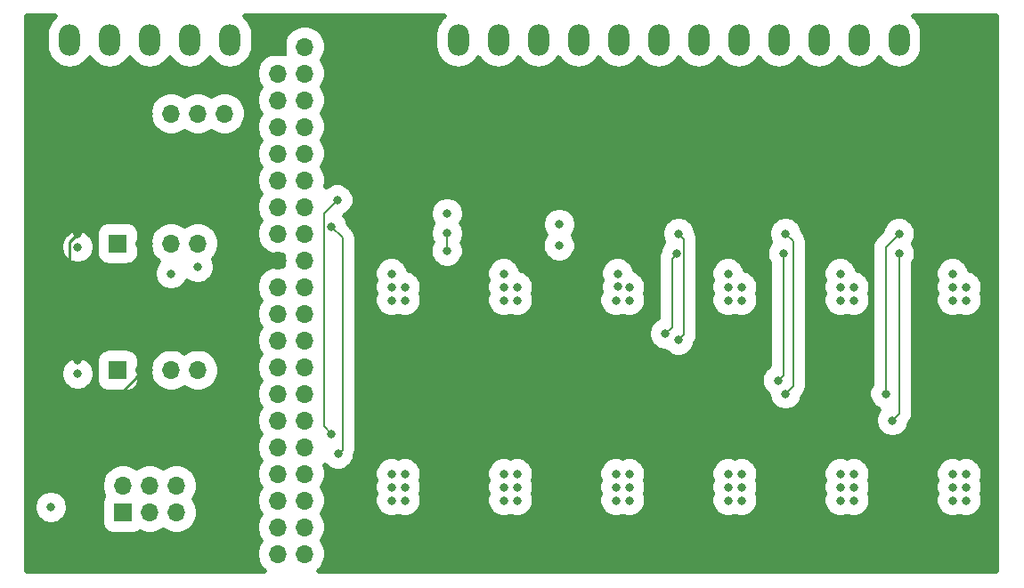
<source format=gbr>
%TF.GenerationSoftware,KiCad,Pcbnew,5.1.9+dfsg1-1*%
%TF.CreationDate,2021-02-28T18:52:37-05:00*%
%TF.ProjectId,incubator_pcb,696e6375-6261-4746-9f72-5f7063622e6b,rev?*%
%TF.SameCoordinates,Original*%
%TF.FileFunction,Copper,L3,Inr*%
%TF.FilePolarity,Positive*%
%FSLAX46Y46*%
G04 Gerber Fmt 4.6, Leading zero omitted, Abs format (unit mm)*
G04 Created by KiCad (PCBNEW 5.1.9+dfsg1-1) date 2021-02-28 18:52:37*
%MOMM*%
%LPD*%
G01*
G04 APERTURE LIST*
%TA.AperFunction,ComponentPad*%
%ADD10O,1.700000X1.700000*%
%TD*%
%TA.AperFunction,ComponentPad*%
%ADD11R,1.700000X1.700000*%
%TD*%
%TA.AperFunction,ComponentPad*%
%ADD12O,2.000000X3.000000*%
%TD*%
%TA.AperFunction,ViaPad*%
%ADD13C,0.800000*%
%TD*%
%TA.AperFunction,Conductor*%
%ADD14C,0.250000*%
%TD*%
%TA.AperFunction,Conductor*%
%ADD15C,0.200000*%
%TD*%
%TA.AperFunction,Conductor*%
%ADD16C,0.500000*%
%TD*%
%TA.AperFunction,Conductor*%
%ADD17C,0.100000*%
%TD*%
G04 APERTURE END LIST*
D10*
X20828000Y-118618000D03*
X20828000Y-121158000D03*
X18288000Y-118618000D03*
X18288000Y-121158000D03*
X15748000Y-118618000D03*
D11*
X15748000Y-121158000D03*
D10*
X22860000Y-107619999D03*
X20320000Y-107619999D03*
X17780000Y-107619999D03*
D11*
X15240000Y-107619999D03*
D10*
X22860000Y-95554999D03*
X20320000Y-95554999D03*
X17780000Y-95554999D03*
D11*
X15240000Y-95554999D03*
D10*
X33020000Y-125095000D03*
X30480000Y-125095000D03*
X33020000Y-122555000D03*
X30480000Y-122555000D03*
X33020000Y-120015000D03*
X30480000Y-120015000D03*
X33020000Y-117475000D03*
X30480000Y-117475000D03*
X33020000Y-114935000D03*
X30480000Y-114935000D03*
X33020000Y-112395000D03*
X30480000Y-112395000D03*
X33020000Y-109855000D03*
X30480000Y-109855000D03*
X33020000Y-107315000D03*
X30480000Y-107315000D03*
X33020000Y-104775000D03*
X30480000Y-104775000D03*
X33020000Y-102235000D03*
X30480000Y-102235000D03*
X33020000Y-99695000D03*
X30480000Y-99695000D03*
X33020000Y-97155000D03*
X30480000Y-97155000D03*
X33020000Y-94615000D03*
X30480000Y-94615000D03*
X33020000Y-92075000D03*
X30480000Y-92075000D03*
X33020000Y-89535000D03*
X30480000Y-89535000D03*
X33020000Y-86995000D03*
X30480000Y-86995000D03*
X33020000Y-84455000D03*
X30480000Y-84455000D03*
X33020000Y-81915000D03*
X30480000Y-81915000D03*
X33020000Y-79375000D03*
X30480000Y-79375000D03*
X33020000Y-76835000D03*
D11*
X30480000Y-76835000D03*
D12*
X18288000Y-76200000D03*
X14478000Y-76200000D03*
X10668000Y-76200000D03*
X25908000Y-76200000D03*
X22098000Y-76200000D03*
D10*
X25400000Y-83185000D03*
X22860000Y-83185000D03*
X20320000Y-83185000D03*
X17780000Y-83185000D03*
D11*
X15240000Y-83185000D03*
D12*
X89535000Y-76200000D03*
X85725000Y-76200000D03*
X81915000Y-76200000D03*
X78105000Y-76200000D03*
X74295000Y-76200000D03*
X70485000Y-76200000D03*
X66675000Y-76200000D03*
X62865000Y-76200000D03*
X59055000Y-76200000D03*
X55245000Y-76200000D03*
X51435000Y-76200000D03*
X47625000Y-76200000D03*
D13*
X11430000Y-94615000D03*
X11430000Y-106680000D03*
X9525000Y-113665000D03*
X20320000Y-98425000D03*
X22860000Y-97789996D03*
X42545000Y-99695000D03*
X42545000Y-100965000D03*
X41275000Y-100965000D03*
X41275000Y-120015000D03*
X41275000Y-118745000D03*
X11430000Y-95885000D03*
X11430000Y-107950000D03*
X8890000Y-120650000D03*
X42545000Y-118745000D03*
X42545000Y-120015000D03*
X41275000Y-117475000D03*
X42545000Y-117475000D03*
X53213000Y-99695000D03*
X53213000Y-100965000D03*
X51943000Y-100965000D03*
X51943000Y-99695000D03*
X51943000Y-120015000D03*
X51943000Y-118745000D03*
X53213000Y-118745000D03*
X53213000Y-120015000D03*
X51943000Y-117475000D03*
X53213000Y-117475000D03*
X51943000Y-98425000D03*
X85217000Y-99695000D03*
X85217000Y-100965000D03*
X83947000Y-100965000D03*
X83947000Y-99695000D03*
X83947000Y-120015000D03*
X83947000Y-118745000D03*
X85217000Y-118745000D03*
X85217000Y-120015000D03*
X83947000Y-117475000D03*
X85217000Y-117475000D03*
X83947000Y-98425000D03*
X95885000Y-99695000D03*
X95885000Y-100965000D03*
X94615000Y-100965000D03*
X94615000Y-99695000D03*
X94615000Y-120015000D03*
X94615000Y-118745000D03*
X95885000Y-118745000D03*
X95885000Y-120015000D03*
X94615000Y-117475000D03*
X95885000Y-117475000D03*
X94615000Y-98425000D03*
X63881000Y-99695000D03*
X63881000Y-100965000D03*
X62611000Y-100965000D03*
X62611000Y-120015000D03*
X62611000Y-118745000D03*
X63881000Y-118745000D03*
X63881000Y-120015000D03*
X62611000Y-117475000D03*
X63881000Y-117475000D03*
X74549000Y-99695000D03*
X74549000Y-100965000D03*
X73279000Y-100965000D03*
X73279000Y-99695000D03*
X73279000Y-120015000D03*
X73279000Y-118745000D03*
X74549000Y-118745000D03*
X74549000Y-120015000D03*
X73279000Y-117475000D03*
X74549000Y-117475000D03*
X73279000Y-98425000D03*
X41275000Y-99695000D03*
X41275000Y-98425000D03*
X62776010Y-98416462D03*
X62776010Y-99661923D03*
X35560000Y-93980002D03*
X36195000Y-115570002D03*
X35560000Y-113665000D03*
X36121373Y-91406640D03*
X46571391Y-94587525D03*
X46551397Y-96266000D03*
X46571391Y-92710000D03*
X78740000Y-94615000D03*
X78740000Y-109855000D03*
X78555397Y-96520000D03*
X78039990Y-108585000D03*
X89535000Y-96520000D03*
X88900002Y-112395000D03*
X89535000Y-94615000D03*
X88264996Y-109855000D03*
X67310000Y-104140000D03*
X68395378Y-96520000D03*
X68580000Y-94615000D03*
X68559656Y-104738718D03*
X57219391Y-95758000D03*
X57239395Y-93726000D03*
D14*
X15240000Y-90805000D02*
X15240000Y-83185000D01*
X11430000Y-94615000D02*
X15240000Y-90805000D01*
X11430000Y-106680000D02*
X10604999Y-105854999D01*
X10604999Y-105854999D02*
X10604999Y-95440001D01*
X10604999Y-95440001D02*
X11430000Y-94615000D01*
X17705002Y-107619999D02*
X17780000Y-107619999D01*
X11660001Y-113665000D02*
X17705002Y-107619999D01*
X9525000Y-113665000D02*
X11660001Y-113665000D01*
X17780000Y-107619999D02*
X17780000Y-95554999D01*
X17780000Y-95554999D02*
X17780000Y-83185000D01*
D15*
X35560000Y-93980002D02*
X36594999Y-95015001D01*
X36594999Y-95015001D02*
X36594999Y-115170003D01*
X36594999Y-115170003D02*
X36195000Y-115570002D01*
X35560000Y-113665000D02*
X34859999Y-112964999D01*
X34859999Y-112964999D02*
X34859999Y-92668014D01*
X35721374Y-91806639D02*
X36121373Y-91406640D01*
X34859999Y-92668014D02*
X35721374Y-91806639D01*
X46571391Y-94587525D02*
X46571391Y-96246006D01*
X46571391Y-96246006D02*
X46551397Y-96266000D01*
X79440001Y-109154999D02*
X78740000Y-109855000D01*
X78740000Y-94615000D02*
X79440001Y-95315001D01*
X79440001Y-95315001D02*
X79440001Y-109154999D01*
X78039990Y-108519990D02*
X78039990Y-108585000D01*
X78555397Y-96520000D02*
X78555397Y-108069593D01*
X78555397Y-108069593D02*
X78039990Y-108585000D01*
X89535000Y-96520000D02*
X89535000Y-111760002D01*
X89535000Y-111760002D02*
X88900002Y-112395000D01*
X89535000Y-94615000D02*
X88264996Y-95885004D01*
X88264996Y-95885004D02*
X88264996Y-109855000D01*
X68395378Y-96520000D02*
X67945000Y-96970378D01*
X67945000Y-103505000D02*
X67310000Y-104140000D01*
X67945000Y-96970378D02*
X67945000Y-103505000D01*
X68580000Y-94615000D02*
X69095379Y-95130379D01*
X69095379Y-95130379D02*
X69095379Y-104202995D01*
X69095379Y-104202995D02*
X68559656Y-104738718D01*
D16*
X9069312Y-74101312D02*
X8788142Y-74443919D01*
X8579214Y-74834797D01*
X8450556Y-75258924D01*
X8418000Y-75589473D01*
X8418000Y-76810528D01*
X8450556Y-77141077D01*
X8579214Y-77565204D01*
X8788143Y-77956081D01*
X9069313Y-78298688D01*
X9411920Y-78579858D01*
X9802797Y-78788786D01*
X10226924Y-78917444D01*
X10668000Y-78960886D01*
X11109077Y-78917444D01*
X11533204Y-78788786D01*
X11924081Y-78579858D01*
X12266688Y-78298688D01*
X12547858Y-77956081D01*
X12573000Y-77909043D01*
X12598143Y-77956081D01*
X12879313Y-78298688D01*
X13221920Y-78579858D01*
X13612797Y-78788786D01*
X14036924Y-78917444D01*
X14478000Y-78960886D01*
X14919077Y-78917444D01*
X15343204Y-78788786D01*
X15734081Y-78579858D01*
X16076688Y-78298688D01*
X16357858Y-77956081D01*
X16383000Y-77909043D01*
X16408143Y-77956081D01*
X16689313Y-78298688D01*
X17031920Y-78579858D01*
X17422797Y-78788786D01*
X17846924Y-78917444D01*
X18288000Y-78960886D01*
X18729077Y-78917444D01*
X19153204Y-78788786D01*
X19544081Y-78579858D01*
X19886688Y-78298688D01*
X20167858Y-77956081D01*
X20193000Y-77909043D01*
X20218143Y-77956081D01*
X20499313Y-78298688D01*
X20841920Y-78579858D01*
X21232797Y-78788786D01*
X21656924Y-78917444D01*
X22098000Y-78960886D01*
X22539077Y-78917444D01*
X22963204Y-78788786D01*
X23354081Y-78579858D01*
X23696688Y-78298688D01*
X23977858Y-77956081D01*
X24003000Y-77909043D01*
X24028143Y-77956081D01*
X24309313Y-78298688D01*
X24651920Y-78579858D01*
X25042797Y-78788786D01*
X25466924Y-78917444D01*
X25908000Y-78960886D01*
X26349077Y-78917444D01*
X26773204Y-78788786D01*
X27164081Y-78579858D01*
X27506688Y-78298688D01*
X27787858Y-77956081D01*
X27996786Y-77565203D01*
X28125444Y-77141076D01*
X28158000Y-76810527D01*
X28158000Y-75589472D01*
X28125444Y-75258923D01*
X27996786Y-74834796D01*
X27787858Y-74443919D01*
X27506688Y-74101312D01*
X27273573Y-73910000D01*
X46259427Y-73910000D01*
X46026312Y-74101312D01*
X45745142Y-74443919D01*
X45536214Y-74834797D01*
X45407556Y-75258924D01*
X45375000Y-75589473D01*
X45375000Y-76810528D01*
X45407556Y-77141077D01*
X45536214Y-77565204D01*
X45745143Y-77956081D01*
X46026313Y-78298688D01*
X46368920Y-78579858D01*
X46759797Y-78788786D01*
X47183924Y-78917444D01*
X47625000Y-78960886D01*
X48066077Y-78917444D01*
X48490204Y-78788786D01*
X48881081Y-78579858D01*
X49223688Y-78298688D01*
X49504858Y-77956081D01*
X49530000Y-77909043D01*
X49555143Y-77956081D01*
X49836313Y-78298688D01*
X50178920Y-78579858D01*
X50569797Y-78788786D01*
X50993924Y-78917444D01*
X51435000Y-78960886D01*
X51876077Y-78917444D01*
X52300204Y-78788786D01*
X52691081Y-78579858D01*
X53033688Y-78298688D01*
X53314858Y-77956081D01*
X53340000Y-77909043D01*
X53365143Y-77956081D01*
X53646313Y-78298688D01*
X53988920Y-78579858D01*
X54379797Y-78788786D01*
X54803924Y-78917444D01*
X55245000Y-78960886D01*
X55686077Y-78917444D01*
X56110204Y-78788786D01*
X56501081Y-78579858D01*
X56843688Y-78298688D01*
X57124858Y-77956081D01*
X57150000Y-77909043D01*
X57175143Y-77956081D01*
X57456313Y-78298688D01*
X57798920Y-78579858D01*
X58189797Y-78788786D01*
X58613924Y-78917444D01*
X59055000Y-78960886D01*
X59496077Y-78917444D01*
X59920204Y-78788786D01*
X60311081Y-78579858D01*
X60653688Y-78298688D01*
X60934858Y-77956081D01*
X60960000Y-77909043D01*
X60985143Y-77956081D01*
X61266313Y-78298688D01*
X61608920Y-78579858D01*
X61999797Y-78788786D01*
X62423924Y-78917444D01*
X62865000Y-78960886D01*
X63306077Y-78917444D01*
X63730204Y-78788786D01*
X64121081Y-78579858D01*
X64463688Y-78298688D01*
X64744858Y-77956081D01*
X64770000Y-77909043D01*
X64795143Y-77956081D01*
X65076313Y-78298688D01*
X65418920Y-78579858D01*
X65809797Y-78788786D01*
X66233924Y-78917444D01*
X66675000Y-78960886D01*
X67116077Y-78917444D01*
X67540204Y-78788786D01*
X67931081Y-78579858D01*
X68273688Y-78298688D01*
X68554858Y-77956081D01*
X68580000Y-77909043D01*
X68605143Y-77956081D01*
X68886313Y-78298688D01*
X69228920Y-78579858D01*
X69619797Y-78788786D01*
X70043924Y-78917444D01*
X70485000Y-78960886D01*
X70926077Y-78917444D01*
X71350204Y-78788786D01*
X71741081Y-78579858D01*
X72083688Y-78298688D01*
X72364858Y-77956081D01*
X72390000Y-77909043D01*
X72415143Y-77956081D01*
X72696313Y-78298688D01*
X73038920Y-78579858D01*
X73429797Y-78788786D01*
X73853924Y-78917444D01*
X74295000Y-78960886D01*
X74736077Y-78917444D01*
X75160204Y-78788786D01*
X75551081Y-78579858D01*
X75893688Y-78298688D01*
X76174858Y-77956081D01*
X76200000Y-77909043D01*
X76225143Y-77956081D01*
X76506313Y-78298688D01*
X76848920Y-78579858D01*
X77239797Y-78788786D01*
X77663924Y-78917444D01*
X78105000Y-78960886D01*
X78546077Y-78917444D01*
X78970204Y-78788786D01*
X79361081Y-78579858D01*
X79703688Y-78298688D01*
X79984858Y-77956081D01*
X80010000Y-77909043D01*
X80035143Y-77956081D01*
X80316313Y-78298688D01*
X80658920Y-78579858D01*
X81049797Y-78788786D01*
X81473924Y-78917444D01*
X81915000Y-78960886D01*
X82356077Y-78917444D01*
X82780204Y-78788786D01*
X83171081Y-78579858D01*
X83513688Y-78298688D01*
X83794858Y-77956081D01*
X83820000Y-77909043D01*
X83845143Y-77956081D01*
X84126313Y-78298688D01*
X84468920Y-78579858D01*
X84859797Y-78788786D01*
X85283924Y-78917444D01*
X85725000Y-78960886D01*
X86166077Y-78917444D01*
X86590204Y-78788786D01*
X86981081Y-78579858D01*
X87323688Y-78298688D01*
X87604858Y-77956081D01*
X87630000Y-77909043D01*
X87655143Y-77956081D01*
X87936313Y-78298688D01*
X88278920Y-78579858D01*
X88669797Y-78788786D01*
X89093924Y-78917444D01*
X89535000Y-78960886D01*
X89976077Y-78917444D01*
X90400204Y-78788786D01*
X90791081Y-78579858D01*
X91133688Y-78298688D01*
X91414858Y-77956081D01*
X91623786Y-77565203D01*
X91752444Y-77141076D01*
X91785000Y-76810527D01*
X91785000Y-75589472D01*
X91752444Y-75258923D01*
X91623786Y-74834796D01*
X91414858Y-74443919D01*
X91133688Y-74101312D01*
X90900573Y-73910000D01*
X98810000Y-73910000D01*
X98810000Y-126750000D01*
X34323018Y-126750000D01*
X34358672Y-126726177D01*
X34651177Y-126433672D01*
X34880996Y-126089723D01*
X35039298Y-125707547D01*
X35120000Y-125301832D01*
X35120000Y-124888168D01*
X35039298Y-124482453D01*
X34880996Y-124100277D01*
X34697062Y-123825000D01*
X34880996Y-123549723D01*
X35039298Y-123167547D01*
X35120000Y-122761832D01*
X35120000Y-122348168D01*
X35039298Y-121942453D01*
X34880996Y-121560277D01*
X34697062Y-121285000D01*
X34880996Y-121009723D01*
X35039298Y-120627547D01*
X35120000Y-120221832D01*
X35120000Y-119808168D01*
X35039298Y-119402453D01*
X34880996Y-119020277D01*
X34697062Y-118745000D01*
X34880996Y-118469723D01*
X35039298Y-118087547D01*
X35120000Y-117681832D01*
X35120000Y-117312489D01*
X39625000Y-117312489D01*
X39625000Y-117637511D01*
X39688408Y-117956287D01*
X39752078Y-118110000D01*
X39688408Y-118263713D01*
X39625000Y-118582489D01*
X39625000Y-118907511D01*
X39688408Y-119226287D01*
X39752078Y-119380000D01*
X39688408Y-119533713D01*
X39625000Y-119852489D01*
X39625000Y-120177511D01*
X39688408Y-120496287D01*
X39812789Y-120796568D01*
X39993361Y-121066814D01*
X40223186Y-121296639D01*
X40493432Y-121477211D01*
X40793713Y-121601592D01*
X41112489Y-121665000D01*
X41437511Y-121665000D01*
X41756287Y-121601592D01*
X41910000Y-121537922D01*
X42063713Y-121601592D01*
X42382489Y-121665000D01*
X42707511Y-121665000D01*
X43026287Y-121601592D01*
X43326568Y-121477211D01*
X43596814Y-121296639D01*
X43826639Y-121066814D01*
X44007211Y-120796568D01*
X44131592Y-120496287D01*
X44195000Y-120177511D01*
X44195000Y-119852489D01*
X44131592Y-119533713D01*
X44067922Y-119380000D01*
X44131592Y-119226287D01*
X44195000Y-118907511D01*
X44195000Y-118582489D01*
X44131592Y-118263713D01*
X44067922Y-118110000D01*
X44131592Y-117956287D01*
X44195000Y-117637511D01*
X44195000Y-117312489D01*
X50293000Y-117312489D01*
X50293000Y-117637511D01*
X50356408Y-117956287D01*
X50420078Y-118110000D01*
X50356408Y-118263713D01*
X50293000Y-118582489D01*
X50293000Y-118907511D01*
X50356408Y-119226287D01*
X50420078Y-119380000D01*
X50356408Y-119533713D01*
X50293000Y-119852489D01*
X50293000Y-120177511D01*
X50356408Y-120496287D01*
X50480789Y-120796568D01*
X50661361Y-121066814D01*
X50891186Y-121296639D01*
X51161432Y-121477211D01*
X51461713Y-121601592D01*
X51780489Y-121665000D01*
X52105511Y-121665000D01*
X52424287Y-121601592D01*
X52578000Y-121537922D01*
X52731713Y-121601592D01*
X53050489Y-121665000D01*
X53375511Y-121665000D01*
X53694287Y-121601592D01*
X53994568Y-121477211D01*
X54264814Y-121296639D01*
X54494639Y-121066814D01*
X54675211Y-120796568D01*
X54799592Y-120496287D01*
X54863000Y-120177511D01*
X54863000Y-119852489D01*
X54799592Y-119533713D01*
X54735922Y-119380000D01*
X54799592Y-119226287D01*
X54863000Y-118907511D01*
X54863000Y-118582489D01*
X54799592Y-118263713D01*
X54735922Y-118110000D01*
X54799592Y-117956287D01*
X54863000Y-117637511D01*
X54863000Y-117312489D01*
X60961000Y-117312489D01*
X60961000Y-117637511D01*
X61024408Y-117956287D01*
X61088078Y-118110000D01*
X61024408Y-118263713D01*
X60961000Y-118582489D01*
X60961000Y-118907511D01*
X61024408Y-119226287D01*
X61088078Y-119380000D01*
X61024408Y-119533713D01*
X60961000Y-119852489D01*
X60961000Y-120177511D01*
X61024408Y-120496287D01*
X61148789Y-120796568D01*
X61329361Y-121066814D01*
X61559186Y-121296639D01*
X61829432Y-121477211D01*
X62129713Y-121601592D01*
X62448489Y-121665000D01*
X62773511Y-121665000D01*
X63092287Y-121601592D01*
X63246000Y-121537922D01*
X63399713Y-121601592D01*
X63718489Y-121665000D01*
X64043511Y-121665000D01*
X64362287Y-121601592D01*
X64662568Y-121477211D01*
X64932814Y-121296639D01*
X65162639Y-121066814D01*
X65343211Y-120796568D01*
X65467592Y-120496287D01*
X65531000Y-120177511D01*
X65531000Y-119852489D01*
X65467592Y-119533713D01*
X65403922Y-119380000D01*
X65467592Y-119226287D01*
X65531000Y-118907511D01*
X65531000Y-118582489D01*
X65467592Y-118263713D01*
X65403922Y-118110000D01*
X65467592Y-117956287D01*
X65531000Y-117637511D01*
X65531000Y-117312489D01*
X71629000Y-117312489D01*
X71629000Y-117637511D01*
X71692408Y-117956287D01*
X71756078Y-118110000D01*
X71692408Y-118263713D01*
X71629000Y-118582489D01*
X71629000Y-118907511D01*
X71692408Y-119226287D01*
X71756078Y-119380000D01*
X71692408Y-119533713D01*
X71629000Y-119852489D01*
X71629000Y-120177511D01*
X71692408Y-120496287D01*
X71816789Y-120796568D01*
X71997361Y-121066814D01*
X72227186Y-121296639D01*
X72497432Y-121477211D01*
X72797713Y-121601592D01*
X73116489Y-121665000D01*
X73441511Y-121665000D01*
X73760287Y-121601592D01*
X73914000Y-121537922D01*
X74067713Y-121601592D01*
X74386489Y-121665000D01*
X74711511Y-121665000D01*
X75030287Y-121601592D01*
X75330568Y-121477211D01*
X75600814Y-121296639D01*
X75830639Y-121066814D01*
X76011211Y-120796568D01*
X76135592Y-120496287D01*
X76199000Y-120177511D01*
X76199000Y-119852489D01*
X76135592Y-119533713D01*
X76071922Y-119380000D01*
X76135592Y-119226287D01*
X76199000Y-118907511D01*
X76199000Y-118582489D01*
X76135592Y-118263713D01*
X76071922Y-118110000D01*
X76135592Y-117956287D01*
X76199000Y-117637511D01*
X76199000Y-117312489D01*
X82297000Y-117312489D01*
X82297000Y-117637511D01*
X82360408Y-117956287D01*
X82424078Y-118110000D01*
X82360408Y-118263713D01*
X82297000Y-118582489D01*
X82297000Y-118907511D01*
X82360408Y-119226287D01*
X82424078Y-119380000D01*
X82360408Y-119533713D01*
X82297000Y-119852489D01*
X82297000Y-120177511D01*
X82360408Y-120496287D01*
X82484789Y-120796568D01*
X82665361Y-121066814D01*
X82895186Y-121296639D01*
X83165432Y-121477211D01*
X83465713Y-121601592D01*
X83784489Y-121665000D01*
X84109511Y-121665000D01*
X84428287Y-121601592D01*
X84582000Y-121537922D01*
X84735713Y-121601592D01*
X85054489Y-121665000D01*
X85379511Y-121665000D01*
X85698287Y-121601592D01*
X85998568Y-121477211D01*
X86268814Y-121296639D01*
X86498639Y-121066814D01*
X86679211Y-120796568D01*
X86803592Y-120496287D01*
X86867000Y-120177511D01*
X86867000Y-119852489D01*
X86803592Y-119533713D01*
X86739922Y-119380000D01*
X86803592Y-119226287D01*
X86867000Y-118907511D01*
X86867000Y-118582489D01*
X86803592Y-118263713D01*
X86739922Y-118110000D01*
X86803592Y-117956287D01*
X86867000Y-117637511D01*
X86867000Y-117312489D01*
X92965000Y-117312489D01*
X92965000Y-117637511D01*
X93028408Y-117956287D01*
X93092078Y-118110000D01*
X93028408Y-118263713D01*
X92965000Y-118582489D01*
X92965000Y-118907511D01*
X93028408Y-119226287D01*
X93092078Y-119380000D01*
X93028408Y-119533713D01*
X92965000Y-119852489D01*
X92965000Y-120177511D01*
X93028408Y-120496287D01*
X93152789Y-120796568D01*
X93333361Y-121066814D01*
X93563186Y-121296639D01*
X93833432Y-121477211D01*
X94133713Y-121601592D01*
X94452489Y-121665000D01*
X94777511Y-121665000D01*
X95096287Y-121601592D01*
X95250000Y-121537922D01*
X95403713Y-121601592D01*
X95722489Y-121665000D01*
X96047511Y-121665000D01*
X96366287Y-121601592D01*
X96666568Y-121477211D01*
X96936814Y-121296639D01*
X97166639Y-121066814D01*
X97347211Y-120796568D01*
X97471592Y-120496287D01*
X97535000Y-120177511D01*
X97535000Y-119852489D01*
X97471592Y-119533713D01*
X97407922Y-119380000D01*
X97471592Y-119226287D01*
X97535000Y-118907511D01*
X97535000Y-118582489D01*
X97471592Y-118263713D01*
X97407922Y-118110000D01*
X97471592Y-117956287D01*
X97535000Y-117637511D01*
X97535000Y-117312489D01*
X97471592Y-116993713D01*
X97347211Y-116693432D01*
X97166639Y-116423186D01*
X96936814Y-116193361D01*
X96666568Y-116012789D01*
X96366287Y-115888408D01*
X96047511Y-115825000D01*
X95722489Y-115825000D01*
X95403713Y-115888408D01*
X95250000Y-115952078D01*
X95096287Y-115888408D01*
X94777511Y-115825000D01*
X94452489Y-115825000D01*
X94133713Y-115888408D01*
X93833432Y-116012789D01*
X93563186Y-116193361D01*
X93333361Y-116423186D01*
X93152789Y-116693432D01*
X93028408Y-116993713D01*
X92965000Y-117312489D01*
X86867000Y-117312489D01*
X86803592Y-116993713D01*
X86679211Y-116693432D01*
X86498639Y-116423186D01*
X86268814Y-116193361D01*
X85998568Y-116012789D01*
X85698287Y-115888408D01*
X85379511Y-115825000D01*
X85054489Y-115825000D01*
X84735713Y-115888408D01*
X84582000Y-115952078D01*
X84428287Y-115888408D01*
X84109511Y-115825000D01*
X83784489Y-115825000D01*
X83465713Y-115888408D01*
X83165432Y-116012789D01*
X82895186Y-116193361D01*
X82665361Y-116423186D01*
X82484789Y-116693432D01*
X82360408Y-116993713D01*
X82297000Y-117312489D01*
X76199000Y-117312489D01*
X76135592Y-116993713D01*
X76011211Y-116693432D01*
X75830639Y-116423186D01*
X75600814Y-116193361D01*
X75330568Y-116012789D01*
X75030287Y-115888408D01*
X74711511Y-115825000D01*
X74386489Y-115825000D01*
X74067713Y-115888408D01*
X73914000Y-115952078D01*
X73760287Y-115888408D01*
X73441511Y-115825000D01*
X73116489Y-115825000D01*
X72797713Y-115888408D01*
X72497432Y-116012789D01*
X72227186Y-116193361D01*
X71997361Y-116423186D01*
X71816789Y-116693432D01*
X71692408Y-116993713D01*
X71629000Y-117312489D01*
X65531000Y-117312489D01*
X65467592Y-116993713D01*
X65343211Y-116693432D01*
X65162639Y-116423186D01*
X64932814Y-116193361D01*
X64662568Y-116012789D01*
X64362287Y-115888408D01*
X64043511Y-115825000D01*
X63718489Y-115825000D01*
X63399713Y-115888408D01*
X63246000Y-115952078D01*
X63092287Y-115888408D01*
X62773511Y-115825000D01*
X62448489Y-115825000D01*
X62129713Y-115888408D01*
X61829432Y-116012789D01*
X61559186Y-116193361D01*
X61329361Y-116423186D01*
X61148789Y-116693432D01*
X61024408Y-116993713D01*
X60961000Y-117312489D01*
X54863000Y-117312489D01*
X54799592Y-116993713D01*
X54675211Y-116693432D01*
X54494639Y-116423186D01*
X54264814Y-116193361D01*
X53994568Y-116012789D01*
X53694287Y-115888408D01*
X53375511Y-115825000D01*
X53050489Y-115825000D01*
X52731713Y-115888408D01*
X52578000Y-115952078D01*
X52424287Y-115888408D01*
X52105511Y-115825000D01*
X51780489Y-115825000D01*
X51461713Y-115888408D01*
X51161432Y-116012789D01*
X50891186Y-116193361D01*
X50661361Y-116423186D01*
X50480789Y-116693432D01*
X50356408Y-116993713D01*
X50293000Y-117312489D01*
X44195000Y-117312489D01*
X44131592Y-116993713D01*
X44007211Y-116693432D01*
X43826639Y-116423186D01*
X43596814Y-116193361D01*
X43326568Y-116012789D01*
X43026287Y-115888408D01*
X42707511Y-115825000D01*
X42382489Y-115825000D01*
X42063713Y-115888408D01*
X41910000Y-115952078D01*
X41756287Y-115888408D01*
X41437511Y-115825000D01*
X41112489Y-115825000D01*
X40793713Y-115888408D01*
X40493432Y-116012789D01*
X40223186Y-116193361D01*
X39993361Y-116423186D01*
X39812789Y-116693432D01*
X39688408Y-116993713D01*
X39625000Y-117312489D01*
X35120000Y-117312489D01*
X35120000Y-117268168D01*
X35039298Y-116862453D01*
X34958193Y-116666648D01*
X35143186Y-116851641D01*
X35413432Y-117032213D01*
X35713713Y-117156594D01*
X36032489Y-117220002D01*
X36357511Y-117220002D01*
X36676287Y-117156594D01*
X36976568Y-117032213D01*
X37246814Y-116851641D01*
X37476639Y-116621816D01*
X37657211Y-116351570D01*
X37781592Y-116051289D01*
X37845000Y-115732513D01*
X37845000Y-115695245D01*
X37848271Y-115689125D01*
X37925466Y-115434649D01*
X37944999Y-115236324D01*
X37944999Y-115236323D01*
X37951531Y-115170004D01*
X37944999Y-115103685D01*
X37944999Y-108422489D01*
X76389990Y-108422489D01*
X76389990Y-108747511D01*
X76453398Y-109066287D01*
X76577779Y-109366568D01*
X76758351Y-109636814D01*
X76988176Y-109866639D01*
X77090000Y-109934675D01*
X77090000Y-110017511D01*
X77153408Y-110336287D01*
X77277789Y-110636568D01*
X77458361Y-110906814D01*
X77688186Y-111136639D01*
X77958432Y-111317211D01*
X78258713Y-111441592D01*
X78577489Y-111505000D01*
X78902511Y-111505000D01*
X79221287Y-111441592D01*
X79521568Y-111317211D01*
X79791814Y-111136639D01*
X80021639Y-110906814D01*
X80202211Y-110636568D01*
X80326592Y-110336287D01*
X80365215Y-110142114D01*
X80399214Y-110114212D01*
X80567916Y-109908648D01*
X80683455Y-109692489D01*
X86614996Y-109692489D01*
X86614996Y-110017511D01*
X86678404Y-110336287D01*
X86802785Y-110636568D01*
X86983357Y-110906814D01*
X87213182Y-111136639D01*
X87483428Y-111317211D01*
X87602706Y-111366618D01*
X87437791Y-111613432D01*
X87313410Y-111913713D01*
X87250002Y-112232489D01*
X87250002Y-112557511D01*
X87313410Y-112876287D01*
X87437791Y-113176568D01*
X87618363Y-113446814D01*
X87848188Y-113676639D01*
X88118434Y-113857211D01*
X88418715Y-113981592D01*
X88737491Y-114045000D01*
X89062513Y-114045000D01*
X89381289Y-113981592D01*
X89681570Y-113857211D01*
X89951816Y-113676639D01*
X90181641Y-113446814D01*
X90362213Y-113176568D01*
X90486594Y-112876287D01*
X90525395Y-112681220D01*
X90662915Y-112513651D01*
X90788272Y-112279124D01*
X90865467Y-112024648D01*
X90885000Y-111826323D01*
X90885000Y-111826321D01*
X90891532Y-111760002D01*
X90885000Y-111693683D01*
X90885000Y-98262489D01*
X92965000Y-98262489D01*
X92965000Y-98587511D01*
X93028408Y-98906287D01*
X93092078Y-99060000D01*
X93028408Y-99213713D01*
X92965000Y-99532489D01*
X92965000Y-99857511D01*
X93028408Y-100176287D01*
X93092078Y-100330000D01*
X93028408Y-100483713D01*
X92965000Y-100802489D01*
X92965000Y-101127511D01*
X93028408Y-101446287D01*
X93152789Y-101746568D01*
X93333361Y-102016814D01*
X93563186Y-102246639D01*
X93833432Y-102427211D01*
X94133713Y-102551592D01*
X94452489Y-102615000D01*
X94777511Y-102615000D01*
X95096287Y-102551592D01*
X95250000Y-102487922D01*
X95403713Y-102551592D01*
X95722489Y-102615000D01*
X96047511Y-102615000D01*
X96366287Y-102551592D01*
X96666568Y-102427211D01*
X96936814Y-102246639D01*
X97166639Y-102016814D01*
X97347211Y-101746568D01*
X97471592Y-101446287D01*
X97535000Y-101127511D01*
X97535000Y-100802489D01*
X97471592Y-100483713D01*
X97407922Y-100330000D01*
X97471592Y-100176287D01*
X97535000Y-99857511D01*
X97535000Y-99532489D01*
X97471592Y-99213713D01*
X97347211Y-98913432D01*
X97166639Y-98643186D01*
X96936814Y-98413361D01*
X96666568Y-98232789D01*
X96366287Y-98108408D01*
X96228916Y-98081084D01*
X96201592Y-97943713D01*
X96077211Y-97643432D01*
X95896639Y-97373186D01*
X95666814Y-97143361D01*
X95396568Y-96962789D01*
X95096287Y-96838408D01*
X94777511Y-96775000D01*
X94452489Y-96775000D01*
X94133713Y-96838408D01*
X93833432Y-96962789D01*
X93563186Y-97143361D01*
X93333361Y-97373186D01*
X93152789Y-97643432D01*
X93028408Y-97943713D01*
X92965000Y-98262489D01*
X90885000Y-98262489D01*
X90885000Y-97469504D01*
X90997211Y-97301568D01*
X91121592Y-97001287D01*
X91185000Y-96682511D01*
X91185000Y-96357489D01*
X91121592Y-96038713D01*
X90997211Y-95738432D01*
X90882998Y-95567500D01*
X90997211Y-95396568D01*
X91121592Y-95096287D01*
X91185000Y-94777511D01*
X91185000Y-94452489D01*
X91121592Y-94133713D01*
X90997211Y-93833432D01*
X90816639Y-93563186D01*
X90586814Y-93333361D01*
X90316568Y-93152789D01*
X90016287Y-93028408D01*
X89697511Y-92965000D01*
X89372489Y-92965000D01*
X89053713Y-93028408D01*
X88753432Y-93152789D01*
X88483186Y-93333361D01*
X88253361Y-93563186D01*
X88072789Y-93833432D01*
X87948408Y-94133713D01*
X87909005Y-94331806D01*
X87357295Y-94883517D01*
X87305783Y-94925792D01*
X87263509Y-94977303D01*
X87263506Y-94977306D01*
X87137081Y-95131355D01*
X87085666Y-95227547D01*
X87011724Y-95365883D01*
X86934529Y-95620359D01*
X86920150Y-95766352D01*
X86908464Y-95885004D01*
X86914996Y-95951323D01*
X86914997Y-108905494D01*
X86802785Y-109073432D01*
X86678404Y-109373713D01*
X86614996Y-109692489D01*
X80683455Y-109692489D01*
X80693273Y-109674121D01*
X80770468Y-109419645D01*
X80790001Y-109221320D01*
X80790001Y-109221318D01*
X80796533Y-109154999D01*
X80790001Y-109088680D01*
X80790001Y-98262489D01*
X82297000Y-98262489D01*
X82297000Y-98587511D01*
X82360408Y-98906287D01*
X82424078Y-99060000D01*
X82360408Y-99213713D01*
X82297000Y-99532489D01*
X82297000Y-99857511D01*
X82360408Y-100176287D01*
X82424078Y-100330000D01*
X82360408Y-100483713D01*
X82297000Y-100802489D01*
X82297000Y-101127511D01*
X82360408Y-101446287D01*
X82484789Y-101746568D01*
X82665361Y-102016814D01*
X82895186Y-102246639D01*
X83165432Y-102427211D01*
X83465713Y-102551592D01*
X83784489Y-102615000D01*
X84109511Y-102615000D01*
X84428287Y-102551592D01*
X84582000Y-102487922D01*
X84735713Y-102551592D01*
X85054489Y-102615000D01*
X85379511Y-102615000D01*
X85698287Y-102551592D01*
X85998568Y-102427211D01*
X86268814Y-102246639D01*
X86498639Y-102016814D01*
X86679211Y-101746568D01*
X86803592Y-101446287D01*
X86867000Y-101127511D01*
X86867000Y-100802489D01*
X86803592Y-100483713D01*
X86739922Y-100330000D01*
X86803592Y-100176287D01*
X86867000Y-99857511D01*
X86867000Y-99532489D01*
X86803592Y-99213713D01*
X86679211Y-98913432D01*
X86498639Y-98643186D01*
X86268814Y-98413361D01*
X85998568Y-98232789D01*
X85698287Y-98108408D01*
X85560916Y-98081084D01*
X85533592Y-97943713D01*
X85409211Y-97643432D01*
X85228639Y-97373186D01*
X84998814Y-97143361D01*
X84728568Y-96962789D01*
X84428287Y-96838408D01*
X84109511Y-96775000D01*
X83784489Y-96775000D01*
X83465713Y-96838408D01*
X83165432Y-96962789D01*
X82895186Y-97143361D01*
X82665361Y-97373186D01*
X82484789Y-97643432D01*
X82360408Y-97943713D01*
X82297000Y-98262489D01*
X80790001Y-98262489D01*
X80790001Y-95381320D01*
X80796533Y-95315001D01*
X80789591Y-95244516D01*
X80770468Y-95050355D01*
X80693273Y-94795879D01*
X80567916Y-94561352D01*
X80534967Y-94521204D01*
X80441491Y-94407303D01*
X80441488Y-94407300D01*
X80399213Y-94355788D01*
X80365215Y-94327887D01*
X80326592Y-94133713D01*
X80202211Y-93833432D01*
X80021639Y-93563186D01*
X79791814Y-93333361D01*
X79521568Y-93152789D01*
X79221287Y-93028408D01*
X78902511Y-92965000D01*
X78577489Y-92965000D01*
X78258713Y-93028408D01*
X77958432Y-93152789D01*
X77688186Y-93333361D01*
X77458361Y-93563186D01*
X77277789Y-93833432D01*
X77153408Y-94133713D01*
X77090000Y-94452489D01*
X77090000Y-94777511D01*
X77153408Y-95096287D01*
X77277789Y-95396568D01*
X77304861Y-95437083D01*
X77273758Y-95468186D01*
X77093186Y-95738432D01*
X76968805Y-96038713D01*
X76905397Y-96357489D01*
X76905397Y-96682511D01*
X76968805Y-97001287D01*
X77093186Y-97301568D01*
X77205397Y-97469504D01*
X77205398Y-107158218D01*
X76988176Y-107303361D01*
X76758351Y-107533186D01*
X76577779Y-107803432D01*
X76453398Y-108103713D01*
X76389990Y-108422489D01*
X37944999Y-108422489D01*
X37944999Y-103977489D01*
X65660000Y-103977489D01*
X65660000Y-104302511D01*
X65723408Y-104621287D01*
X65847789Y-104921568D01*
X66028361Y-105191814D01*
X66258186Y-105421639D01*
X66528432Y-105602211D01*
X66828713Y-105726592D01*
X67147489Y-105790000D01*
X67277662Y-105790000D01*
X67278017Y-105790532D01*
X67507842Y-106020357D01*
X67778088Y-106200929D01*
X68078369Y-106325310D01*
X68397145Y-106388718D01*
X68722167Y-106388718D01*
X69040943Y-106325310D01*
X69341224Y-106200929D01*
X69611470Y-106020357D01*
X69841295Y-105790532D01*
X70021867Y-105520286D01*
X70146248Y-105220005D01*
X70190744Y-104996306D01*
X70223294Y-104956644D01*
X70348651Y-104722118D01*
X70375710Y-104632915D01*
X70425846Y-104467641D01*
X70445379Y-104269316D01*
X70445379Y-104269314D01*
X70451911Y-104202995D01*
X70445379Y-104136676D01*
X70445379Y-98262489D01*
X71629000Y-98262489D01*
X71629000Y-98587511D01*
X71692408Y-98906287D01*
X71756078Y-99060000D01*
X71692408Y-99213713D01*
X71629000Y-99532489D01*
X71629000Y-99857511D01*
X71692408Y-100176287D01*
X71756078Y-100330000D01*
X71692408Y-100483713D01*
X71629000Y-100802489D01*
X71629000Y-101127511D01*
X71692408Y-101446287D01*
X71816789Y-101746568D01*
X71997361Y-102016814D01*
X72227186Y-102246639D01*
X72497432Y-102427211D01*
X72797713Y-102551592D01*
X73116489Y-102615000D01*
X73441511Y-102615000D01*
X73760287Y-102551592D01*
X73914000Y-102487922D01*
X74067713Y-102551592D01*
X74386489Y-102615000D01*
X74711511Y-102615000D01*
X75030287Y-102551592D01*
X75330568Y-102427211D01*
X75600814Y-102246639D01*
X75830639Y-102016814D01*
X76011211Y-101746568D01*
X76135592Y-101446287D01*
X76199000Y-101127511D01*
X76199000Y-100802489D01*
X76135592Y-100483713D01*
X76071922Y-100330000D01*
X76135592Y-100176287D01*
X76199000Y-99857511D01*
X76199000Y-99532489D01*
X76135592Y-99213713D01*
X76011211Y-98913432D01*
X75830639Y-98643186D01*
X75600814Y-98413361D01*
X75330568Y-98232789D01*
X75030287Y-98108408D01*
X74892916Y-98081084D01*
X74865592Y-97943713D01*
X74741211Y-97643432D01*
X74560639Y-97373186D01*
X74330814Y-97143361D01*
X74060568Y-96962789D01*
X73760287Y-96838408D01*
X73441511Y-96775000D01*
X73116489Y-96775000D01*
X72797713Y-96838408D01*
X72497432Y-96962789D01*
X72227186Y-97143361D01*
X71997361Y-97373186D01*
X71816789Y-97643432D01*
X71692408Y-97943713D01*
X71629000Y-98262489D01*
X70445379Y-98262489D01*
X70445379Y-95196698D01*
X70451911Y-95130379D01*
X70445379Y-95064058D01*
X70425846Y-94865733D01*
X70348651Y-94611257D01*
X70223294Y-94376730D01*
X70212255Y-94363279D01*
X70166592Y-94133713D01*
X70042211Y-93833432D01*
X69861639Y-93563186D01*
X69631814Y-93333361D01*
X69361568Y-93152789D01*
X69061287Y-93028408D01*
X68742511Y-92965000D01*
X68417489Y-92965000D01*
X68098713Y-93028408D01*
X67798432Y-93152789D01*
X67528186Y-93333361D01*
X67298361Y-93563186D01*
X67117789Y-93833432D01*
X66993408Y-94133713D01*
X66930000Y-94452489D01*
X66930000Y-94777511D01*
X66993408Y-95096287D01*
X67117789Y-95396568D01*
X67144853Y-95437072D01*
X67113739Y-95468186D01*
X66933167Y-95738432D01*
X66808786Y-96038713D01*
X66747470Y-96346970D01*
X66691728Y-96451257D01*
X66614533Y-96705733D01*
X66602307Y-96829870D01*
X66588468Y-96970378D01*
X66595000Y-97036697D01*
X66595001Y-102650215D01*
X66528432Y-102677789D01*
X66258186Y-102858361D01*
X66028361Y-103088186D01*
X65847789Y-103358432D01*
X65723408Y-103658713D01*
X65660000Y-103977489D01*
X37944999Y-103977489D01*
X37944999Y-98262489D01*
X39625000Y-98262489D01*
X39625000Y-98587511D01*
X39688408Y-98906287D01*
X39752078Y-99060000D01*
X39688408Y-99213713D01*
X39625000Y-99532489D01*
X39625000Y-99857511D01*
X39688408Y-100176287D01*
X39752078Y-100330000D01*
X39688408Y-100483713D01*
X39625000Y-100802489D01*
X39625000Y-101127511D01*
X39688408Y-101446287D01*
X39812789Y-101746568D01*
X39993361Y-102016814D01*
X40223186Y-102246639D01*
X40493432Y-102427211D01*
X40793713Y-102551592D01*
X41112489Y-102615000D01*
X41437511Y-102615000D01*
X41756287Y-102551592D01*
X41910000Y-102487922D01*
X42063713Y-102551592D01*
X42382489Y-102615000D01*
X42707511Y-102615000D01*
X43026287Y-102551592D01*
X43326568Y-102427211D01*
X43596814Y-102246639D01*
X43826639Y-102016814D01*
X44007211Y-101746568D01*
X44131592Y-101446287D01*
X44195000Y-101127511D01*
X44195000Y-100802489D01*
X44131592Y-100483713D01*
X44067922Y-100330000D01*
X44131592Y-100176287D01*
X44195000Y-99857511D01*
X44195000Y-99532489D01*
X44131592Y-99213713D01*
X44007211Y-98913432D01*
X43826639Y-98643186D01*
X43596814Y-98413361D01*
X43371018Y-98262489D01*
X50293000Y-98262489D01*
X50293000Y-98587511D01*
X50356408Y-98906287D01*
X50420078Y-99060000D01*
X50356408Y-99213713D01*
X50293000Y-99532489D01*
X50293000Y-99857511D01*
X50356408Y-100176287D01*
X50420078Y-100330000D01*
X50356408Y-100483713D01*
X50293000Y-100802489D01*
X50293000Y-101127511D01*
X50356408Y-101446287D01*
X50480789Y-101746568D01*
X50661361Y-102016814D01*
X50891186Y-102246639D01*
X51161432Y-102427211D01*
X51461713Y-102551592D01*
X51780489Y-102615000D01*
X52105511Y-102615000D01*
X52424287Y-102551592D01*
X52578000Y-102487922D01*
X52731713Y-102551592D01*
X53050489Y-102615000D01*
X53375511Y-102615000D01*
X53694287Y-102551592D01*
X53994568Y-102427211D01*
X54264814Y-102246639D01*
X54494639Y-102016814D01*
X54675211Y-101746568D01*
X54799592Y-101446287D01*
X54863000Y-101127511D01*
X54863000Y-100802489D01*
X60961000Y-100802489D01*
X60961000Y-101127511D01*
X61024408Y-101446287D01*
X61148789Y-101746568D01*
X61329361Y-102016814D01*
X61559186Y-102246639D01*
X61829432Y-102427211D01*
X62129713Y-102551592D01*
X62448489Y-102615000D01*
X62773511Y-102615000D01*
X63092287Y-102551592D01*
X63246000Y-102487922D01*
X63399713Y-102551592D01*
X63718489Y-102615000D01*
X64043511Y-102615000D01*
X64362287Y-102551592D01*
X64662568Y-102427211D01*
X64932814Y-102246639D01*
X65162639Y-102016814D01*
X65343211Y-101746568D01*
X65467592Y-101446287D01*
X65531000Y-101127511D01*
X65531000Y-100802489D01*
X65467592Y-100483713D01*
X65403922Y-100330000D01*
X65467592Y-100176287D01*
X65531000Y-99857511D01*
X65531000Y-99532489D01*
X65467592Y-99213713D01*
X65343211Y-98913432D01*
X65162639Y-98643186D01*
X64932814Y-98413361D01*
X64662568Y-98232789D01*
X64400182Y-98124105D01*
X64362602Y-97935175D01*
X64238221Y-97634894D01*
X64057649Y-97364648D01*
X63827824Y-97134823D01*
X63557578Y-96954251D01*
X63257297Y-96829870D01*
X62938521Y-96766462D01*
X62613499Y-96766462D01*
X62294723Y-96829870D01*
X61994442Y-96954251D01*
X61724196Y-97134823D01*
X61494371Y-97364648D01*
X61313799Y-97634894D01*
X61189418Y-97935175D01*
X61126010Y-98253951D01*
X61126010Y-98578973D01*
X61189418Y-98897749D01*
X61248006Y-99039193D01*
X61189418Y-99180636D01*
X61126010Y-99499412D01*
X61126010Y-99824434D01*
X61186263Y-100127348D01*
X61148789Y-100183432D01*
X61024408Y-100483713D01*
X60961000Y-100802489D01*
X54863000Y-100802489D01*
X54799592Y-100483713D01*
X54735922Y-100330000D01*
X54799592Y-100176287D01*
X54863000Y-99857511D01*
X54863000Y-99532489D01*
X54799592Y-99213713D01*
X54675211Y-98913432D01*
X54494639Y-98643186D01*
X54264814Y-98413361D01*
X53994568Y-98232789D01*
X53694287Y-98108408D01*
X53556916Y-98081084D01*
X53529592Y-97943713D01*
X53405211Y-97643432D01*
X53224639Y-97373186D01*
X52994814Y-97143361D01*
X52724568Y-96962789D01*
X52424287Y-96838408D01*
X52105511Y-96775000D01*
X51780489Y-96775000D01*
X51461713Y-96838408D01*
X51161432Y-96962789D01*
X50891186Y-97143361D01*
X50661361Y-97373186D01*
X50480789Y-97643432D01*
X50356408Y-97943713D01*
X50293000Y-98262489D01*
X43371018Y-98262489D01*
X43326568Y-98232789D01*
X43026287Y-98108408D01*
X42888916Y-98081084D01*
X42861592Y-97943713D01*
X42737211Y-97643432D01*
X42556639Y-97373186D01*
X42326814Y-97143361D01*
X42056568Y-96962789D01*
X41756287Y-96838408D01*
X41437511Y-96775000D01*
X41112489Y-96775000D01*
X40793713Y-96838408D01*
X40493432Y-96962789D01*
X40223186Y-97143361D01*
X39993361Y-97373186D01*
X39812789Y-97643432D01*
X39688408Y-97943713D01*
X39625000Y-98262489D01*
X37944999Y-98262489D01*
X37944999Y-96103489D01*
X44901397Y-96103489D01*
X44901397Y-96428511D01*
X44964805Y-96747287D01*
X45089186Y-97047568D01*
X45269758Y-97317814D01*
X45499583Y-97547639D01*
X45769829Y-97728211D01*
X46070110Y-97852592D01*
X46388886Y-97916000D01*
X46713908Y-97916000D01*
X47032684Y-97852592D01*
X47332965Y-97728211D01*
X47603211Y-97547639D01*
X47833036Y-97317814D01*
X48013608Y-97047568D01*
X48137989Y-96747287D01*
X48201397Y-96428511D01*
X48201397Y-96103489D01*
X48137989Y-95784713D01*
X48059610Y-95595489D01*
X55569391Y-95595489D01*
X55569391Y-95920511D01*
X55632799Y-96239287D01*
X55757180Y-96539568D01*
X55937752Y-96809814D01*
X56167577Y-97039639D01*
X56437823Y-97220211D01*
X56738104Y-97344592D01*
X57056880Y-97408000D01*
X57381902Y-97408000D01*
X57700678Y-97344592D01*
X58000959Y-97220211D01*
X58271205Y-97039639D01*
X58501030Y-96809814D01*
X58681602Y-96539568D01*
X58805983Y-96239287D01*
X58869391Y-95920511D01*
X58869391Y-95595489D01*
X58805983Y-95276713D01*
X58681602Y-94976432D01*
X58534962Y-94756969D01*
X58701606Y-94507568D01*
X58825987Y-94207287D01*
X58889395Y-93888511D01*
X58889395Y-93563489D01*
X58825987Y-93244713D01*
X58701606Y-92944432D01*
X58521034Y-92674186D01*
X58291209Y-92444361D01*
X58020963Y-92263789D01*
X57720682Y-92139408D01*
X57401906Y-92076000D01*
X57076884Y-92076000D01*
X56758108Y-92139408D01*
X56457827Y-92263789D01*
X56187581Y-92444361D01*
X55957756Y-92674186D01*
X55777184Y-92944432D01*
X55652803Y-93244713D01*
X55589395Y-93563489D01*
X55589395Y-93888511D01*
X55652803Y-94207287D01*
X55777184Y-94507568D01*
X55923824Y-94727031D01*
X55757180Y-94976432D01*
X55632799Y-95276713D01*
X55569391Y-95595489D01*
X48059610Y-95595489D01*
X48013608Y-95484432D01*
X47985072Y-95441724D01*
X48033602Y-95369093D01*
X48157983Y-95068812D01*
X48221391Y-94750036D01*
X48221391Y-94425014D01*
X48157983Y-94106238D01*
X48033602Y-93805957D01*
X47928568Y-93648763D01*
X48033602Y-93491568D01*
X48157983Y-93191287D01*
X48221391Y-92872511D01*
X48221391Y-92547489D01*
X48157983Y-92228713D01*
X48033602Y-91928432D01*
X47853030Y-91658186D01*
X47623205Y-91428361D01*
X47352959Y-91247789D01*
X47052678Y-91123408D01*
X46733902Y-91060000D01*
X46408880Y-91060000D01*
X46090104Y-91123408D01*
X45789823Y-91247789D01*
X45519577Y-91428361D01*
X45289752Y-91658186D01*
X45109180Y-91928432D01*
X44984799Y-92228713D01*
X44921391Y-92547489D01*
X44921391Y-92872511D01*
X44984799Y-93191287D01*
X45109180Y-93491568D01*
X45214214Y-93648763D01*
X45109180Y-93805957D01*
X44984799Y-94106238D01*
X44921391Y-94425014D01*
X44921391Y-94750036D01*
X44984799Y-95068812D01*
X45109180Y-95369093D01*
X45137716Y-95411801D01*
X45089186Y-95484432D01*
X44964805Y-95784713D01*
X44901397Y-96103489D01*
X37944999Y-96103489D01*
X37944999Y-95081320D01*
X37951531Y-95015001D01*
X37944999Y-94948680D01*
X37925466Y-94750355D01*
X37851817Y-94507568D01*
X37848271Y-94495878D01*
X37722914Y-94261352D01*
X37596489Y-94107303D01*
X37596486Y-94107300D01*
X37554211Y-94055788D01*
X37502700Y-94013514D01*
X37185995Y-93696809D01*
X37146592Y-93498715D01*
X37022211Y-93198434D01*
X36841639Y-92928188D01*
X36817636Y-92904185D01*
X36902941Y-92868851D01*
X37173187Y-92688279D01*
X37403012Y-92458454D01*
X37583584Y-92188208D01*
X37707965Y-91887927D01*
X37771373Y-91569151D01*
X37771373Y-91244129D01*
X37707965Y-90925353D01*
X37583584Y-90625072D01*
X37403012Y-90354826D01*
X37173187Y-90125001D01*
X36902941Y-89944429D01*
X36602660Y-89820048D01*
X36283884Y-89756640D01*
X35958862Y-89756640D01*
X35640086Y-89820048D01*
X35339805Y-89944429D01*
X35069559Y-90125001D01*
X35033843Y-90160717D01*
X35039298Y-90147547D01*
X35120000Y-89741832D01*
X35120000Y-89328168D01*
X35039298Y-88922453D01*
X34880996Y-88540277D01*
X34697062Y-88265000D01*
X34880996Y-87989723D01*
X35039298Y-87607547D01*
X35120000Y-87201832D01*
X35120000Y-86788168D01*
X35039298Y-86382453D01*
X34880996Y-86000277D01*
X34697062Y-85725000D01*
X34880996Y-85449723D01*
X35039298Y-85067547D01*
X35120000Y-84661832D01*
X35120000Y-84248168D01*
X35039298Y-83842453D01*
X34880996Y-83460277D01*
X34697062Y-83185000D01*
X34880996Y-82909723D01*
X35039298Y-82527547D01*
X35120000Y-82121832D01*
X35120000Y-81708168D01*
X35039298Y-81302453D01*
X34880996Y-80920277D01*
X34697062Y-80645000D01*
X34880996Y-80369723D01*
X35039298Y-79987547D01*
X35120000Y-79581832D01*
X35120000Y-79168168D01*
X35039298Y-78762453D01*
X34880996Y-78380277D01*
X34697062Y-78105000D01*
X34880996Y-77829723D01*
X35039298Y-77447547D01*
X35120000Y-77041832D01*
X35120000Y-76628168D01*
X35039298Y-76222453D01*
X34880996Y-75840277D01*
X34651177Y-75496328D01*
X34358672Y-75203823D01*
X34014723Y-74974004D01*
X33632547Y-74815702D01*
X33226832Y-74735000D01*
X32813168Y-74735000D01*
X32407453Y-74815702D01*
X32025277Y-74974004D01*
X31681328Y-75203823D01*
X31388823Y-75496328D01*
X31159004Y-75840277D01*
X31000702Y-76222453D01*
X30920000Y-76628168D01*
X30920000Y-77041832D01*
X30977897Y-77332897D01*
X30686832Y-77275000D01*
X30273168Y-77275000D01*
X29867453Y-77355702D01*
X29485277Y-77514004D01*
X29141328Y-77743823D01*
X28848823Y-78036328D01*
X28619004Y-78380277D01*
X28460702Y-78762453D01*
X28380000Y-79168168D01*
X28380000Y-79581832D01*
X28460702Y-79987547D01*
X28619004Y-80369723D01*
X28802938Y-80645000D01*
X28619004Y-80920277D01*
X28460702Y-81302453D01*
X28380000Y-81708168D01*
X28380000Y-82121832D01*
X28460702Y-82527547D01*
X28619004Y-82909723D01*
X28802938Y-83185000D01*
X28619004Y-83460277D01*
X28460702Y-83842453D01*
X28380000Y-84248168D01*
X28380000Y-84661832D01*
X28460702Y-85067547D01*
X28619004Y-85449723D01*
X28802938Y-85725000D01*
X28619004Y-86000277D01*
X28460702Y-86382453D01*
X28380000Y-86788168D01*
X28380000Y-87201832D01*
X28460702Y-87607547D01*
X28619004Y-87989723D01*
X28802938Y-88265000D01*
X28619004Y-88540277D01*
X28460702Y-88922453D01*
X28380000Y-89328168D01*
X28380000Y-89741832D01*
X28460702Y-90147547D01*
X28619004Y-90529723D01*
X28802938Y-90805000D01*
X28619004Y-91080277D01*
X28460702Y-91462453D01*
X28380000Y-91868168D01*
X28380000Y-92281832D01*
X28460702Y-92687547D01*
X28619004Y-93069723D01*
X28802938Y-93345000D01*
X28619004Y-93620277D01*
X28460702Y-94002453D01*
X28380000Y-94408168D01*
X28380000Y-94821832D01*
X28460702Y-95227547D01*
X28619004Y-95609723D01*
X28848823Y-95953672D01*
X29141328Y-96246177D01*
X29485277Y-96475996D01*
X29867453Y-96634298D01*
X30273168Y-96715000D01*
X30686832Y-96715000D01*
X30977897Y-96657103D01*
X30920000Y-96948168D01*
X30920000Y-97361832D01*
X30977897Y-97652897D01*
X30686832Y-97595000D01*
X30273168Y-97595000D01*
X29867453Y-97675702D01*
X29485277Y-97834004D01*
X29141328Y-98063823D01*
X28848823Y-98356328D01*
X28619004Y-98700277D01*
X28460702Y-99082453D01*
X28380000Y-99488168D01*
X28380000Y-99901832D01*
X28460702Y-100307547D01*
X28619004Y-100689723D01*
X28802938Y-100965000D01*
X28619004Y-101240277D01*
X28460702Y-101622453D01*
X28380000Y-102028168D01*
X28380000Y-102441832D01*
X28460702Y-102847547D01*
X28619004Y-103229723D01*
X28802938Y-103505000D01*
X28619004Y-103780277D01*
X28460702Y-104162453D01*
X28380000Y-104568168D01*
X28380000Y-104981832D01*
X28460702Y-105387547D01*
X28619004Y-105769723D01*
X28802938Y-106045000D01*
X28619004Y-106320277D01*
X28460702Y-106702453D01*
X28380000Y-107108168D01*
X28380000Y-107521832D01*
X28460702Y-107927547D01*
X28619004Y-108309723D01*
X28802938Y-108585000D01*
X28619004Y-108860277D01*
X28460702Y-109242453D01*
X28380000Y-109648168D01*
X28380000Y-110061832D01*
X28460702Y-110467547D01*
X28619004Y-110849723D01*
X28802938Y-111125000D01*
X28619004Y-111400277D01*
X28460702Y-111782453D01*
X28380000Y-112188168D01*
X28380000Y-112601832D01*
X28460702Y-113007547D01*
X28619004Y-113389723D01*
X28802938Y-113665000D01*
X28619004Y-113940277D01*
X28460702Y-114322453D01*
X28380000Y-114728168D01*
X28380000Y-115141832D01*
X28460702Y-115547547D01*
X28619004Y-115929723D01*
X28802938Y-116205000D01*
X28619004Y-116480277D01*
X28460702Y-116862453D01*
X28380000Y-117268168D01*
X28380000Y-117681832D01*
X28460702Y-118087547D01*
X28619004Y-118469723D01*
X28802938Y-118745000D01*
X28619004Y-119020277D01*
X28460702Y-119402453D01*
X28380000Y-119808168D01*
X28380000Y-120221832D01*
X28460702Y-120627547D01*
X28619004Y-121009723D01*
X28802938Y-121285000D01*
X28619004Y-121560277D01*
X28460702Y-121942453D01*
X28380000Y-122348168D01*
X28380000Y-122761832D01*
X28460702Y-123167547D01*
X28619004Y-123549723D01*
X28802938Y-123825000D01*
X28619004Y-124100277D01*
X28460702Y-124482453D01*
X28380000Y-124888168D01*
X28380000Y-125301832D01*
X28460702Y-125707547D01*
X28619004Y-126089723D01*
X28848823Y-126433672D01*
X29141328Y-126726177D01*
X29176982Y-126750000D01*
X6600000Y-126750000D01*
X6600000Y-120487489D01*
X7240000Y-120487489D01*
X7240000Y-120812511D01*
X7303408Y-121131287D01*
X7427789Y-121431568D01*
X7608361Y-121701814D01*
X7838186Y-121931639D01*
X8108432Y-122112211D01*
X8408713Y-122236592D01*
X8727489Y-122300000D01*
X9052511Y-122300000D01*
X9371287Y-122236592D01*
X9671568Y-122112211D01*
X9941814Y-121931639D01*
X10171639Y-121701814D01*
X10352211Y-121431568D01*
X10476592Y-121131287D01*
X10540000Y-120812511D01*
X10540000Y-120487489D01*
X10504298Y-120308000D01*
X13641952Y-120308000D01*
X13641952Y-122008000D01*
X13666087Y-122253043D01*
X13737563Y-122488669D01*
X13853634Y-122705823D01*
X14009840Y-122896160D01*
X14200177Y-123052366D01*
X14417331Y-123168437D01*
X14652957Y-123239913D01*
X14898000Y-123264048D01*
X16598000Y-123264048D01*
X16843043Y-123239913D01*
X17078669Y-123168437D01*
X17295823Y-123052366D01*
X17321992Y-123030890D01*
X17675453Y-123177298D01*
X18081168Y-123258000D01*
X18494832Y-123258000D01*
X18900547Y-123177298D01*
X19282723Y-123018996D01*
X19558000Y-122835062D01*
X19833277Y-123018996D01*
X20215453Y-123177298D01*
X20621168Y-123258000D01*
X21034832Y-123258000D01*
X21440547Y-123177298D01*
X21822723Y-123018996D01*
X22166672Y-122789177D01*
X22459177Y-122496672D01*
X22688996Y-122152723D01*
X22847298Y-121770547D01*
X22928000Y-121364832D01*
X22928000Y-120951168D01*
X22847298Y-120545453D01*
X22688996Y-120163277D01*
X22505062Y-119888000D01*
X22688996Y-119612723D01*
X22847298Y-119230547D01*
X22928000Y-118824832D01*
X22928000Y-118411168D01*
X22847298Y-118005453D01*
X22688996Y-117623277D01*
X22459177Y-117279328D01*
X22166672Y-116986823D01*
X21822723Y-116757004D01*
X21440547Y-116598702D01*
X21034832Y-116518000D01*
X20621168Y-116518000D01*
X20215453Y-116598702D01*
X19833277Y-116757004D01*
X19558000Y-116940938D01*
X19282723Y-116757004D01*
X18900547Y-116598702D01*
X18494832Y-116518000D01*
X18081168Y-116518000D01*
X17675453Y-116598702D01*
X17293277Y-116757004D01*
X17018000Y-116940938D01*
X16742723Y-116757004D01*
X16360547Y-116598702D01*
X15954832Y-116518000D01*
X15541168Y-116518000D01*
X15135453Y-116598702D01*
X14753277Y-116757004D01*
X14409328Y-116986823D01*
X14116823Y-117279328D01*
X13887004Y-117623277D01*
X13728702Y-118005453D01*
X13648000Y-118411168D01*
X13648000Y-118824832D01*
X13728702Y-119230547D01*
X13875110Y-119584008D01*
X13853634Y-119610177D01*
X13737563Y-119827331D01*
X13666087Y-120062957D01*
X13641952Y-120308000D01*
X10504298Y-120308000D01*
X10476592Y-120168713D01*
X10352211Y-119868432D01*
X10171639Y-119598186D01*
X9941814Y-119368361D01*
X9671568Y-119187789D01*
X9371287Y-119063408D01*
X9052511Y-119000000D01*
X8727489Y-119000000D01*
X8408713Y-119063408D01*
X8108432Y-119187789D01*
X7838186Y-119368361D01*
X7608361Y-119598186D01*
X7427789Y-119868432D01*
X7303408Y-120168713D01*
X7240000Y-120487489D01*
X6600000Y-120487489D01*
X6600000Y-107787489D01*
X9780000Y-107787489D01*
X9780000Y-108112511D01*
X9843408Y-108431287D01*
X9967789Y-108731568D01*
X10148361Y-109001814D01*
X10378186Y-109231639D01*
X10648432Y-109412211D01*
X10948713Y-109536592D01*
X11267489Y-109600000D01*
X11592511Y-109600000D01*
X11911287Y-109536592D01*
X12211568Y-109412211D01*
X12481814Y-109231639D01*
X12711639Y-109001814D01*
X12892211Y-108731568D01*
X13016592Y-108431287D01*
X13080000Y-108112511D01*
X13080000Y-107787489D01*
X13016592Y-107468713D01*
X12892211Y-107168432D01*
X12711639Y-106898186D01*
X12583452Y-106769999D01*
X13133952Y-106769999D01*
X13133952Y-108469999D01*
X13158087Y-108715042D01*
X13229563Y-108950668D01*
X13345634Y-109167822D01*
X13501840Y-109358159D01*
X13692177Y-109514365D01*
X13909331Y-109630436D01*
X14144957Y-109701912D01*
X14390000Y-109726047D01*
X16090000Y-109726047D01*
X16335043Y-109701912D01*
X16570669Y-109630436D01*
X16787823Y-109514365D01*
X16978160Y-109358159D01*
X17134366Y-109167822D01*
X17250437Y-108950668D01*
X17321913Y-108715042D01*
X17346048Y-108469999D01*
X17346048Y-107413167D01*
X18220000Y-107413167D01*
X18220000Y-107826831D01*
X18300702Y-108232546D01*
X18459004Y-108614722D01*
X18688823Y-108958671D01*
X18981328Y-109251176D01*
X19325277Y-109480995D01*
X19707453Y-109639297D01*
X20113168Y-109719999D01*
X20526832Y-109719999D01*
X20932547Y-109639297D01*
X21314723Y-109480995D01*
X21590000Y-109297061D01*
X21865277Y-109480995D01*
X22247453Y-109639297D01*
X22653168Y-109719999D01*
X23066832Y-109719999D01*
X23472547Y-109639297D01*
X23854723Y-109480995D01*
X24198672Y-109251176D01*
X24491177Y-108958671D01*
X24720996Y-108614722D01*
X24879298Y-108232546D01*
X24960000Y-107826831D01*
X24960000Y-107413167D01*
X24879298Y-107007452D01*
X24720996Y-106625276D01*
X24491177Y-106281327D01*
X24198672Y-105988822D01*
X23854723Y-105759003D01*
X23472547Y-105600701D01*
X23066832Y-105519999D01*
X22653168Y-105519999D01*
X22247453Y-105600701D01*
X21865277Y-105759003D01*
X21590000Y-105942937D01*
X21314723Y-105759003D01*
X20932547Y-105600701D01*
X20526832Y-105519999D01*
X20113168Y-105519999D01*
X19707453Y-105600701D01*
X19325277Y-105759003D01*
X18981328Y-105988822D01*
X18688823Y-106281327D01*
X18459004Y-106625276D01*
X18300702Y-107007452D01*
X18220000Y-107413167D01*
X17346048Y-107413167D01*
X17346048Y-106769999D01*
X17321913Y-106524956D01*
X17250437Y-106289330D01*
X17134366Y-106072176D01*
X16978160Y-105881839D01*
X16787823Y-105725633D01*
X16570669Y-105609562D01*
X16335043Y-105538086D01*
X16090000Y-105513951D01*
X14390000Y-105513951D01*
X14144957Y-105538086D01*
X13909331Y-105609562D01*
X13692177Y-105725633D01*
X13501840Y-105881839D01*
X13345634Y-106072176D01*
X13229563Y-106289330D01*
X13158087Y-106524956D01*
X13133952Y-106769999D01*
X12583452Y-106769999D01*
X12481814Y-106668361D01*
X12211568Y-106487789D01*
X11911287Y-106363408D01*
X11592511Y-106300000D01*
X11267489Y-106300000D01*
X10948713Y-106363408D01*
X10648432Y-106487789D01*
X10378186Y-106668361D01*
X10148361Y-106898186D01*
X9967789Y-107168432D01*
X9843408Y-107468713D01*
X9780000Y-107787489D01*
X6600000Y-107787489D01*
X6600000Y-95722489D01*
X9780000Y-95722489D01*
X9780000Y-96047511D01*
X9843408Y-96366287D01*
X9967789Y-96666568D01*
X10148361Y-96936814D01*
X10378186Y-97166639D01*
X10648432Y-97347211D01*
X10948713Y-97471592D01*
X11267489Y-97535000D01*
X11592511Y-97535000D01*
X11911287Y-97471592D01*
X12211568Y-97347211D01*
X12481814Y-97166639D01*
X12711639Y-96936814D01*
X12892211Y-96666568D01*
X13016592Y-96366287D01*
X13080000Y-96047511D01*
X13080000Y-95722489D01*
X13016592Y-95403713D01*
X12892211Y-95103432D01*
X12711639Y-94833186D01*
X12583452Y-94704999D01*
X13133952Y-94704999D01*
X13133952Y-96404999D01*
X13158087Y-96650042D01*
X13229563Y-96885668D01*
X13345634Y-97102822D01*
X13501840Y-97293159D01*
X13692177Y-97449365D01*
X13909331Y-97565436D01*
X14144957Y-97636912D01*
X14390000Y-97661047D01*
X16090000Y-97661047D01*
X16335043Y-97636912D01*
X16570669Y-97565436D01*
X16787823Y-97449365D01*
X16978160Y-97293159D01*
X17134366Y-97102822D01*
X17250437Y-96885668D01*
X17321913Y-96650042D01*
X17346048Y-96404999D01*
X17346048Y-95348167D01*
X18220000Y-95348167D01*
X18220000Y-95761831D01*
X18300702Y-96167546D01*
X18459004Y-96549722D01*
X18688823Y-96893671D01*
X18981328Y-97186176D01*
X19127621Y-97283926D01*
X19038361Y-97373186D01*
X18857789Y-97643432D01*
X18733408Y-97943713D01*
X18670000Y-98262489D01*
X18670000Y-98587511D01*
X18733408Y-98906287D01*
X18857789Y-99206568D01*
X19038361Y-99476814D01*
X19268186Y-99706639D01*
X19538432Y-99887211D01*
X19838713Y-100011592D01*
X20157489Y-100075000D01*
X20482511Y-100075000D01*
X20801287Y-100011592D01*
X21101568Y-99887211D01*
X21371814Y-99706639D01*
X21601639Y-99476814D01*
X21782211Y-99206568D01*
X21831617Y-99087291D01*
X22078432Y-99252207D01*
X22378713Y-99376588D01*
X22697489Y-99439996D01*
X23022511Y-99439996D01*
X23341287Y-99376588D01*
X23641568Y-99252207D01*
X23911814Y-99071635D01*
X24141639Y-98841810D01*
X24322211Y-98571564D01*
X24446592Y-98271283D01*
X24510000Y-97952507D01*
X24510000Y-97627485D01*
X24446592Y-97308709D01*
X24338088Y-97046760D01*
X24491177Y-96893671D01*
X24720996Y-96549722D01*
X24879298Y-96167546D01*
X24960000Y-95761831D01*
X24960000Y-95348167D01*
X24879298Y-94942452D01*
X24720996Y-94560276D01*
X24491177Y-94216327D01*
X24198672Y-93923822D01*
X23854723Y-93694003D01*
X23472547Y-93535701D01*
X23066832Y-93454999D01*
X22653168Y-93454999D01*
X22247453Y-93535701D01*
X21865277Y-93694003D01*
X21590000Y-93877937D01*
X21314723Y-93694003D01*
X20932547Y-93535701D01*
X20526832Y-93454999D01*
X20113168Y-93454999D01*
X19707453Y-93535701D01*
X19325277Y-93694003D01*
X18981328Y-93923822D01*
X18688823Y-94216327D01*
X18459004Y-94560276D01*
X18300702Y-94942452D01*
X18220000Y-95348167D01*
X17346048Y-95348167D01*
X17346048Y-94704999D01*
X17321913Y-94459956D01*
X17250437Y-94224330D01*
X17134366Y-94007176D01*
X16978160Y-93816839D01*
X16787823Y-93660633D01*
X16570669Y-93544562D01*
X16335043Y-93473086D01*
X16090000Y-93448951D01*
X14390000Y-93448951D01*
X14144957Y-93473086D01*
X13909331Y-93544562D01*
X13692177Y-93660633D01*
X13501840Y-93816839D01*
X13345634Y-94007176D01*
X13229563Y-94224330D01*
X13158087Y-94459956D01*
X13133952Y-94704999D01*
X12583452Y-94704999D01*
X12481814Y-94603361D01*
X12211568Y-94422789D01*
X11911287Y-94298408D01*
X11592511Y-94235000D01*
X11267489Y-94235000D01*
X10948713Y-94298408D01*
X10648432Y-94422789D01*
X10378186Y-94603361D01*
X10148361Y-94833186D01*
X9967789Y-95103432D01*
X9843408Y-95403713D01*
X9780000Y-95722489D01*
X6600000Y-95722489D01*
X6600000Y-82978168D01*
X18220000Y-82978168D01*
X18220000Y-83391832D01*
X18300702Y-83797547D01*
X18459004Y-84179723D01*
X18688823Y-84523672D01*
X18981328Y-84816177D01*
X19325277Y-85045996D01*
X19707453Y-85204298D01*
X20113168Y-85285000D01*
X20526832Y-85285000D01*
X20932547Y-85204298D01*
X21314723Y-85045996D01*
X21590000Y-84862062D01*
X21865277Y-85045996D01*
X22247453Y-85204298D01*
X22653168Y-85285000D01*
X23066832Y-85285000D01*
X23472547Y-85204298D01*
X23854723Y-85045996D01*
X24130000Y-84862062D01*
X24405277Y-85045996D01*
X24787453Y-85204298D01*
X25193168Y-85285000D01*
X25606832Y-85285000D01*
X26012547Y-85204298D01*
X26394723Y-85045996D01*
X26738672Y-84816177D01*
X27031177Y-84523672D01*
X27260996Y-84179723D01*
X27419298Y-83797547D01*
X27500000Y-83391832D01*
X27500000Y-82978168D01*
X27419298Y-82572453D01*
X27260996Y-82190277D01*
X27031177Y-81846328D01*
X26738672Y-81553823D01*
X26394723Y-81324004D01*
X26012547Y-81165702D01*
X25606832Y-81085000D01*
X25193168Y-81085000D01*
X24787453Y-81165702D01*
X24405277Y-81324004D01*
X24130000Y-81507938D01*
X23854723Y-81324004D01*
X23472547Y-81165702D01*
X23066832Y-81085000D01*
X22653168Y-81085000D01*
X22247453Y-81165702D01*
X21865277Y-81324004D01*
X21590000Y-81507938D01*
X21314723Y-81324004D01*
X20932547Y-81165702D01*
X20526832Y-81085000D01*
X20113168Y-81085000D01*
X19707453Y-81165702D01*
X19325277Y-81324004D01*
X18981328Y-81553823D01*
X18688823Y-81846328D01*
X18459004Y-82190277D01*
X18300702Y-82572453D01*
X18220000Y-82978168D01*
X6600000Y-82978168D01*
X6600000Y-73910000D01*
X9302427Y-73910000D01*
X9069312Y-74101312D01*
%TA.AperFunction,Conductor*%
D17*
G36*
X9069312Y-74101312D02*
G01*
X8788142Y-74443919D01*
X8579214Y-74834797D01*
X8450556Y-75258924D01*
X8418000Y-75589473D01*
X8418000Y-76810528D01*
X8450556Y-77141077D01*
X8579214Y-77565204D01*
X8788143Y-77956081D01*
X9069313Y-78298688D01*
X9411920Y-78579858D01*
X9802797Y-78788786D01*
X10226924Y-78917444D01*
X10668000Y-78960886D01*
X11109077Y-78917444D01*
X11533204Y-78788786D01*
X11924081Y-78579858D01*
X12266688Y-78298688D01*
X12547858Y-77956081D01*
X12573000Y-77909043D01*
X12598143Y-77956081D01*
X12879313Y-78298688D01*
X13221920Y-78579858D01*
X13612797Y-78788786D01*
X14036924Y-78917444D01*
X14478000Y-78960886D01*
X14919077Y-78917444D01*
X15343204Y-78788786D01*
X15734081Y-78579858D01*
X16076688Y-78298688D01*
X16357858Y-77956081D01*
X16383000Y-77909043D01*
X16408143Y-77956081D01*
X16689313Y-78298688D01*
X17031920Y-78579858D01*
X17422797Y-78788786D01*
X17846924Y-78917444D01*
X18288000Y-78960886D01*
X18729077Y-78917444D01*
X19153204Y-78788786D01*
X19544081Y-78579858D01*
X19886688Y-78298688D01*
X20167858Y-77956081D01*
X20193000Y-77909043D01*
X20218143Y-77956081D01*
X20499313Y-78298688D01*
X20841920Y-78579858D01*
X21232797Y-78788786D01*
X21656924Y-78917444D01*
X22098000Y-78960886D01*
X22539077Y-78917444D01*
X22963204Y-78788786D01*
X23354081Y-78579858D01*
X23696688Y-78298688D01*
X23977858Y-77956081D01*
X24003000Y-77909043D01*
X24028143Y-77956081D01*
X24309313Y-78298688D01*
X24651920Y-78579858D01*
X25042797Y-78788786D01*
X25466924Y-78917444D01*
X25908000Y-78960886D01*
X26349077Y-78917444D01*
X26773204Y-78788786D01*
X27164081Y-78579858D01*
X27506688Y-78298688D01*
X27787858Y-77956081D01*
X27996786Y-77565203D01*
X28125444Y-77141076D01*
X28158000Y-76810527D01*
X28158000Y-75589472D01*
X28125444Y-75258923D01*
X27996786Y-74834796D01*
X27787858Y-74443919D01*
X27506688Y-74101312D01*
X27273573Y-73910000D01*
X46259427Y-73910000D01*
X46026312Y-74101312D01*
X45745142Y-74443919D01*
X45536214Y-74834797D01*
X45407556Y-75258924D01*
X45375000Y-75589473D01*
X45375000Y-76810528D01*
X45407556Y-77141077D01*
X45536214Y-77565204D01*
X45745143Y-77956081D01*
X46026313Y-78298688D01*
X46368920Y-78579858D01*
X46759797Y-78788786D01*
X47183924Y-78917444D01*
X47625000Y-78960886D01*
X48066077Y-78917444D01*
X48490204Y-78788786D01*
X48881081Y-78579858D01*
X49223688Y-78298688D01*
X49504858Y-77956081D01*
X49530000Y-77909043D01*
X49555143Y-77956081D01*
X49836313Y-78298688D01*
X50178920Y-78579858D01*
X50569797Y-78788786D01*
X50993924Y-78917444D01*
X51435000Y-78960886D01*
X51876077Y-78917444D01*
X52300204Y-78788786D01*
X52691081Y-78579858D01*
X53033688Y-78298688D01*
X53314858Y-77956081D01*
X53340000Y-77909043D01*
X53365143Y-77956081D01*
X53646313Y-78298688D01*
X53988920Y-78579858D01*
X54379797Y-78788786D01*
X54803924Y-78917444D01*
X55245000Y-78960886D01*
X55686077Y-78917444D01*
X56110204Y-78788786D01*
X56501081Y-78579858D01*
X56843688Y-78298688D01*
X57124858Y-77956081D01*
X57150000Y-77909043D01*
X57175143Y-77956081D01*
X57456313Y-78298688D01*
X57798920Y-78579858D01*
X58189797Y-78788786D01*
X58613924Y-78917444D01*
X59055000Y-78960886D01*
X59496077Y-78917444D01*
X59920204Y-78788786D01*
X60311081Y-78579858D01*
X60653688Y-78298688D01*
X60934858Y-77956081D01*
X60960000Y-77909043D01*
X60985143Y-77956081D01*
X61266313Y-78298688D01*
X61608920Y-78579858D01*
X61999797Y-78788786D01*
X62423924Y-78917444D01*
X62865000Y-78960886D01*
X63306077Y-78917444D01*
X63730204Y-78788786D01*
X64121081Y-78579858D01*
X64463688Y-78298688D01*
X64744858Y-77956081D01*
X64770000Y-77909043D01*
X64795143Y-77956081D01*
X65076313Y-78298688D01*
X65418920Y-78579858D01*
X65809797Y-78788786D01*
X66233924Y-78917444D01*
X66675000Y-78960886D01*
X67116077Y-78917444D01*
X67540204Y-78788786D01*
X67931081Y-78579858D01*
X68273688Y-78298688D01*
X68554858Y-77956081D01*
X68580000Y-77909043D01*
X68605143Y-77956081D01*
X68886313Y-78298688D01*
X69228920Y-78579858D01*
X69619797Y-78788786D01*
X70043924Y-78917444D01*
X70485000Y-78960886D01*
X70926077Y-78917444D01*
X71350204Y-78788786D01*
X71741081Y-78579858D01*
X72083688Y-78298688D01*
X72364858Y-77956081D01*
X72390000Y-77909043D01*
X72415143Y-77956081D01*
X72696313Y-78298688D01*
X73038920Y-78579858D01*
X73429797Y-78788786D01*
X73853924Y-78917444D01*
X74295000Y-78960886D01*
X74736077Y-78917444D01*
X75160204Y-78788786D01*
X75551081Y-78579858D01*
X75893688Y-78298688D01*
X76174858Y-77956081D01*
X76200000Y-77909043D01*
X76225143Y-77956081D01*
X76506313Y-78298688D01*
X76848920Y-78579858D01*
X77239797Y-78788786D01*
X77663924Y-78917444D01*
X78105000Y-78960886D01*
X78546077Y-78917444D01*
X78970204Y-78788786D01*
X79361081Y-78579858D01*
X79703688Y-78298688D01*
X79984858Y-77956081D01*
X80010000Y-77909043D01*
X80035143Y-77956081D01*
X80316313Y-78298688D01*
X80658920Y-78579858D01*
X81049797Y-78788786D01*
X81473924Y-78917444D01*
X81915000Y-78960886D01*
X82356077Y-78917444D01*
X82780204Y-78788786D01*
X83171081Y-78579858D01*
X83513688Y-78298688D01*
X83794858Y-77956081D01*
X83820000Y-77909043D01*
X83845143Y-77956081D01*
X84126313Y-78298688D01*
X84468920Y-78579858D01*
X84859797Y-78788786D01*
X85283924Y-78917444D01*
X85725000Y-78960886D01*
X86166077Y-78917444D01*
X86590204Y-78788786D01*
X86981081Y-78579858D01*
X87323688Y-78298688D01*
X87604858Y-77956081D01*
X87630000Y-77909043D01*
X87655143Y-77956081D01*
X87936313Y-78298688D01*
X88278920Y-78579858D01*
X88669797Y-78788786D01*
X89093924Y-78917444D01*
X89535000Y-78960886D01*
X89976077Y-78917444D01*
X90400204Y-78788786D01*
X90791081Y-78579858D01*
X91133688Y-78298688D01*
X91414858Y-77956081D01*
X91623786Y-77565203D01*
X91752444Y-77141076D01*
X91785000Y-76810527D01*
X91785000Y-75589472D01*
X91752444Y-75258923D01*
X91623786Y-74834796D01*
X91414858Y-74443919D01*
X91133688Y-74101312D01*
X90900573Y-73910000D01*
X98810000Y-73910000D01*
X98810000Y-126750000D01*
X34323018Y-126750000D01*
X34358672Y-126726177D01*
X34651177Y-126433672D01*
X34880996Y-126089723D01*
X35039298Y-125707547D01*
X35120000Y-125301832D01*
X35120000Y-124888168D01*
X35039298Y-124482453D01*
X34880996Y-124100277D01*
X34697062Y-123825000D01*
X34880996Y-123549723D01*
X35039298Y-123167547D01*
X35120000Y-122761832D01*
X35120000Y-122348168D01*
X35039298Y-121942453D01*
X34880996Y-121560277D01*
X34697062Y-121285000D01*
X34880996Y-121009723D01*
X35039298Y-120627547D01*
X35120000Y-120221832D01*
X35120000Y-119808168D01*
X35039298Y-119402453D01*
X34880996Y-119020277D01*
X34697062Y-118745000D01*
X34880996Y-118469723D01*
X35039298Y-118087547D01*
X35120000Y-117681832D01*
X35120000Y-117312489D01*
X39625000Y-117312489D01*
X39625000Y-117637511D01*
X39688408Y-117956287D01*
X39752078Y-118110000D01*
X39688408Y-118263713D01*
X39625000Y-118582489D01*
X39625000Y-118907511D01*
X39688408Y-119226287D01*
X39752078Y-119380000D01*
X39688408Y-119533713D01*
X39625000Y-119852489D01*
X39625000Y-120177511D01*
X39688408Y-120496287D01*
X39812789Y-120796568D01*
X39993361Y-121066814D01*
X40223186Y-121296639D01*
X40493432Y-121477211D01*
X40793713Y-121601592D01*
X41112489Y-121665000D01*
X41437511Y-121665000D01*
X41756287Y-121601592D01*
X41910000Y-121537922D01*
X42063713Y-121601592D01*
X42382489Y-121665000D01*
X42707511Y-121665000D01*
X43026287Y-121601592D01*
X43326568Y-121477211D01*
X43596814Y-121296639D01*
X43826639Y-121066814D01*
X44007211Y-120796568D01*
X44131592Y-120496287D01*
X44195000Y-120177511D01*
X44195000Y-119852489D01*
X44131592Y-119533713D01*
X44067922Y-119380000D01*
X44131592Y-119226287D01*
X44195000Y-118907511D01*
X44195000Y-118582489D01*
X44131592Y-118263713D01*
X44067922Y-118110000D01*
X44131592Y-117956287D01*
X44195000Y-117637511D01*
X44195000Y-117312489D01*
X50293000Y-117312489D01*
X50293000Y-117637511D01*
X50356408Y-117956287D01*
X50420078Y-118110000D01*
X50356408Y-118263713D01*
X50293000Y-118582489D01*
X50293000Y-118907511D01*
X50356408Y-119226287D01*
X50420078Y-119380000D01*
X50356408Y-119533713D01*
X50293000Y-119852489D01*
X50293000Y-120177511D01*
X50356408Y-120496287D01*
X50480789Y-120796568D01*
X50661361Y-121066814D01*
X50891186Y-121296639D01*
X51161432Y-121477211D01*
X51461713Y-121601592D01*
X51780489Y-121665000D01*
X52105511Y-121665000D01*
X52424287Y-121601592D01*
X52578000Y-121537922D01*
X52731713Y-121601592D01*
X53050489Y-121665000D01*
X53375511Y-121665000D01*
X53694287Y-121601592D01*
X53994568Y-121477211D01*
X54264814Y-121296639D01*
X54494639Y-121066814D01*
X54675211Y-120796568D01*
X54799592Y-120496287D01*
X54863000Y-120177511D01*
X54863000Y-119852489D01*
X54799592Y-119533713D01*
X54735922Y-119380000D01*
X54799592Y-119226287D01*
X54863000Y-118907511D01*
X54863000Y-118582489D01*
X54799592Y-118263713D01*
X54735922Y-118110000D01*
X54799592Y-117956287D01*
X54863000Y-117637511D01*
X54863000Y-117312489D01*
X60961000Y-117312489D01*
X60961000Y-117637511D01*
X61024408Y-117956287D01*
X61088078Y-118110000D01*
X61024408Y-118263713D01*
X60961000Y-118582489D01*
X60961000Y-118907511D01*
X61024408Y-119226287D01*
X61088078Y-119380000D01*
X61024408Y-119533713D01*
X60961000Y-119852489D01*
X60961000Y-120177511D01*
X61024408Y-120496287D01*
X61148789Y-120796568D01*
X61329361Y-121066814D01*
X61559186Y-121296639D01*
X61829432Y-121477211D01*
X62129713Y-121601592D01*
X62448489Y-121665000D01*
X62773511Y-121665000D01*
X63092287Y-121601592D01*
X63246000Y-121537922D01*
X63399713Y-121601592D01*
X63718489Y-121665000D01*
X64043511Y-121665000D01*
X64362287Y-121601592D01*
X64662568Y-121477211D01*
X64932814Y-121296639D01*
X65162639Y-121066814D01*
X65343211Y-120796568D01*
X65467592Y-120496287D01*
X65531000Y-120177511D01*
X65531000Y-119852489D01*
X65467592Y-119533713D01*
X65403922Y-119380000D01*
X65467592Y-119226287D01*
X65531000Y-118907511D01*
X65531000Y-118582489D01*
X65467592Y-118263713D01*
X65403922Y-118110000D01*
X65467592Y-117956287D01*
X65531000Y-117637511D01*
X65531000Y-117312489D01*
X71629000Y-117312489D01*
X71629000Y-117637511D01*
X71692408Y-117956287D01*
X71756078Y-118110000D01*
X71692408Y-118263713D01*
X71629000Y-118582489D01*
X71629000Y-118907511D01*
X71692408Y-119226287D01*
X71756078Y-119380000D01*
X71692408Y-119533713D01*
X71629000Y-119852489D01*
X71629000Y-120177511D01*
X71692408Y-120496287D01*
X71816789Y-120796568D01*
X71997361Y-121066814D01*
X72227186Y-121296639D01*
X72497432Y-121477211D01*
X72797713Y-121601592D01*
X73116489Y-121665000D01*
X73441511Y-121665000D01*
X73760287Y-121601592D01*
X73914000Y-121537922D01*
X74067713Y-121601592D01*
X74386489Y-121665000D01*
X74711511Y-121665000D01*
X75030287Y-121601592D01*
X75330568Y-121477211D01*
X75600814Y-121296639D01*
X75830639Y-121066814D01*
X76011211Y-120796568D01*
X76135592Y-120496287D01*
X76199000Y-120177511D01*
X76199000Y-119852489D01*
X76135592Y-119533713D01*
X76071922Y-119380000D01*
X76135592Y-119226287D01*
X76199000Y-118907511D01*
X76199000Y-118582489D01*
X76135592Y-118263713D01*
X76071922Y-118110000D01*
X76135592Y-117956287D01*
X76199000Y-117637511D01*
X76199000Y-117312489D01*
X82297000Y-117312489D01*
X82297000Y-117637511D01*
X82360408Y-117956287D01*
X82424078Y-118110000D01*
X82360408Y-118263713D01*
X82297000Y-118582489D01*
X82297000Y-118907511D01*
X82360408Y-119226287D01*
X82424078Y-119380000D01*
X82360408Y-119533713D01*
X82297000Y-119852489D01*
X82297000Y-120177511D01*
X82360408Y-120496287D01*
X82484789Y-120796568D01*
X82665361Y-121066814D01*
X82895186Y-121296639D01*
X83165432Y-121477211D01*
X83465713Y-121601592D01*
X83784489Y-121665000D01*
X84109511Y-121665000D01*
X84428287Y-121601592D01*
X84582000Y-121537922D01*
X84735713Y-121601592D01*
X85054489Y-121665000D01*
X85379511Y-121665000D01*
X85698287Y-121601592D01*
X85998568Y-121477211D01*
X86268814Y-121296639D01*
X86498639Y-121066814D01*
X86679211Y-120796568D01*
X86803592Y-120496287D01*
X86867000Y-120177511D01*
X86867000Y-119852489D01*
X86803592Y-119533713D01*
X86739922Y-119380000D01*
X86803592Y-119226287D01*
X86867000Y-118907511D01*
X86867000Y-118582489D01*
X86803592Y-118263713D01*
X86739922Y-118110000D01*
X86803592Y-117956287D01*
X86867000Y-117637511D01*
X86867000Y-117312489D01*
X92965000Y-117312489D01*
X92965000Y-117637511D01*
X93028408Y-117956287D01*
X93092078Y-118110000D01*
X93028408Y-118263713D01*
X92965000Y-118582489D01*
X92965000Y-118907511D01*
X93028408Y-119226287D01*
X93092078Y-119380000D01*
X93028408Y-119533713D01*
X92965000Y-119852489D01*
X92965000Y-120177511D01*
X93028408Y-120496287D01*
X93152789Y-120796568D01*
X93333361Y-121066814D01*
X93563186Y-121296639D01*
X93833432Y-121477211D01*
X94133713Y-121601592D01*
X94452489Y-121665000D01*
X94777511Y-121665000D01*
X95096287Y-121601592D01*
X95250000Y-121537922D01*
X95403713Y-121601592D01*
X95722489Y-121665000D01*
X96047511Y-121665000D01*
X96366287Y-121601592D01*
X96666568Y-121477211D01*
X96936814Y-121296639D01*
X97166639Y-121066814D01*
X97347211Y-120796568D01*
X97471592Y-120496287D01*
X97535000Y-120177511D01*
X97535000Y-119852489D01*
X97471592Y-119533713D01*
X97407922Y-119380000D01*
X97471592Y-119226287D01*
X97535000Y-118907511D01*
X97535000Y-118582489D01*
X97471592Y-118263713D01*
X97407922Y-118110000D01*
X97471592Y-117956287D01*
X97535000Y-117637511D01*
X97535000Y-117312489D01*
X97471592Y-116993713D01*
X97347211Y-116693432D01*
X97166639Y-116423186D01*
X96936814Y-116193361D01*
X96666568Y-116012789D01*
X96366287Y-115888408D01*
X96047511Y-115825000D01*
X95722489Y-115825000D01*
X95403713Y-115888408D01*
X95250000Y-115952078D01*
X95096287Y-115888408D01*
X94777511Y-115825000D01*
X94452489Y-115825000D01*
X94133713Y-115888408D01*
X93833432Y-116012789D01*
X93563186Y-116193361D01*
X93333361Y-116423186D01*
X93152789Y-116693432D01*
X93028408Y-116993713D01*
X92965000Y-117312489D01*
X86867000Y-117312489D01*
X86803592Y-116993713D01*
X86679211Y-116693432D01*
X86498639Y-116423186D01*
X86268814Y-116193361D01*
X85998568Y-116012789D01*
X85698287Y-115888408D01*
X85379511Y-115825000D01*
X85054489Y-115825000D01*
X84735713Y-115888408D01*
X84582000Y-115952078D01*
X84428287Y-115888408D01*
X84109511Y-115825000D01*
X83784489Y-115825000D01*
X83465713Y-115888408D01*
X83165432Y-116012789D01*
X82895186Y-116193361D01*
X82665361Y-116423186D01*
X82484789Y-116693432D01*
X82360408Y-116993713D01*
X82297000Y-117312489D01*
X76199000Y-117312489D01*
X76135592Y-116993713D01*
X76011211Y-116693432D01*
X75830639Y-116423186D01*
X75600814Y-116193361D01*
X75330568Y-116012789D01*
X75030287Y-115888408D01*
X74711511Y-115825000D01*
X74386489Y-115825000D01*
X74067713Y-115888408D01*
X73914000Y-115952078D01*
X73760287Y-115888408D01*
X73441511Y-115825000D01*
X73116489Y-115825000D01*
X72797713Y-115888408D01*
X72497432Y-116012789D01*
X72227186Y-116193361D01*
X71997361Y-116423186D01*
X71816789Y-116693432D01*
X71692408Y-116993713D01*
X71629000Y-117312489D01*
X65531000Y-117312489D01*
X65467592Y-116993713D01*
X65343211Y-116693432D01*
X65162639Y-116423186D01*
X64932814Y-116193361D01*
X64662568Y-116012789D01*
X64362287Y-115888408D01*
X64043511Y-115825000D01*
X63718489Y-115825000D01*
X63399713Y-115888408D01*
X63246000Y-115952078D01*
X63092287Y-115888408D01*
X62773511Y-115825000D01*
X62448489Y-115825000D01*
X62129713Y-115888408D01*
X61829432Y-116012789D01*
X61559186Y-116193361D01*
X61329361Y-116423186D01*
X61148789Y-116693432D01*
X61024408Y-116993713D01*
X60961000Y-117312489D01*
X54863000Y-117312489D01*
X54799592Y-116993713D01*
X54675211Y-116693432D01*
X54494639Y-116423186D01*
X54264814Y-116193361D01*
X53994568Y-116012789D01*
X53694287Y-115888408D01*
X53375511Y-115825000D01*
X53050489Y-115825000D01*
X52731713Y-115888408D01*
X52578000Y-115952078D01*
X52424287Y-115888408D01*
X52105511Y-115825000D01*
X51780489Y-115825000D01*
X51461713Y-115888408D01*
X51161432Y-116012789D01*
X50891186Y-116193361D01*
X50661361Y-116423186D01*
X50480789Y-116693432D01*
X50356408Y-116993713D01*
X50293000Y-117312489D01*
X44195000Y-117312489D01*
X44131592Y-116993713D01*
X44007211Y-116693432D01*
X43826639Y-116423186D01*
X43596814Y-116193361D01*
X43326568Y-116012789D01*
X43026287Y-115888408D01*
X42707511Y-115825000D01*
X42382489Y-115825000D01*
X42063713Y-115888408D01*
X41910000Y-115952078D01*
X41756287Y-115888408D01*
X41437511Y-115825000D01*
X41112489Y-115825000D01*
X40793713Y-115888408D01*
X40493432Y-116012789D01*
X40223186Y-116193361D01*
X39993361Y-116423186D01*
X39812789Y-116693432D01*
X39688408Y-116993713D01*
X39625000Y-117312489D01*
X35120000Y-117312489D01*
X35120000Y-117268168D01*
X35039298Y-116862453D01*
X34958193Y-116666648D01*
X35143186Y-116851641D01*
X35413432Y-117032213D01*
X35713713Y-117156594D01*
X36032489Y-117220002D01*
X36357511Y-117220002D01*
X36676287Y-117156594D01*
X36976568Y-117032213D01*
X37246814Y-116851641D01*
X37476639Y-116621816D01*
X37657211Y-116351570D01*
X37781592Y-116051289D01*
X37845000Y-115732513D01*
X37845000Y-115695245D01*
X37848271Y-115689125D01*
X37925466Y-115434649D01*
X37944999Y-115236324D01*
X37944999Y-115236323D01*
X37951531Y-115170004D01*
X37944999Y-115103685D01*
X37944999Y-108422489D01*
X76389990Y-108422489D01*
X76389990Y-108747511D01*
X76453398Y-109066287D01*
X76577779Y-109366568D01*
X76758351Y-109636814D01*
X76988176Y-109866639D01*
X77090000Y-109934675D01*
X77090000Y-110017511D01*
X77153408Y-110336287D01*
X77277789Y-110636568D01*
X77458361Y-110906814D01*
X77688186Y-111136639D01*
X77958432Y-111317211D01*
X78258713Y-111441592D01*
X78577489Y-111505000D01*
X78902511Y-111505000D01*
X79221287Y-111441592D01*
X79521568Y-111317211D01*
X79791814Y-111136639D01*
X80021639Y-110906814D01*
X80202211Y-110636568D01*
X80326592Y-110336287D01*
X80365215Y-110142114D01*
X80399214Y-110114212D01*
X80567916Y-109908648D01*
X80683455Y-109692489D01*
X86614996Y-109692489D01*
X86614996Y-110017511D01*
X86678404Y-110336287D01*
X86802785Y-110636568D01*
X86983357Y-110906814D01*
X87213182Y-111136639D01*
X87483428Y-111317211D01*
X87602706Y-111366618D01*
X87437791Y-111613432D01*
X87313410Y-111913713D01*
X87250002Y-112232489D01*
X87250002Y-112557511D01*
X87313410Y-112876287D01*
X87437791Y-113176568D01*
X87618363Y-113446814D01*
X87848188Y-113676639D01*
X88118434Y-113857211D01*
X88418715Y-113981592D01*
X88737491Y-114045000D01*
X89062513Y-114045000D01*
X89381289Y-113981592D01*
X89681570Y-113857211D01*
X89951816Y-113676639D01*
X90181641Y-113446814D01*
X90362213Y-113176568D01*
X90486594Y-112876287D01*
X90525395Y-112681220D01*
X90662915Y-112513651D01*
X90788272Y-112279124D01*
X90865467Y-112024648D01*
X90885000Y-111826323D01*
X90885000Y-111826321D01*
X90891532Y-111760002D01*
X90885000Y-111693683D01*
X90885000Y-98262489D01*
X92965000Y-98262489D01*
X92965000Y-98587511D01*
X93028408Y-98906287D01*
X93092078Y-99060000D01*
X93028408Y-99213713D01*
X92965000Y-99532489D01*
X92965000Y-99857511D01*
X93028408Y-100176287D01*
X93092078Y-100330000D01*
X93028408Y-100483713D01*
X92965000Y-100802489D01*
X92965000Y-101127511D01*
X93028408Y-101446287D01*
X93152789Y-101746568D01*
X93333361Y-102016814D01*
X93563186Y-102246639D01*
X93833432Y-102427211D01*
X94133713Y-102551592D01*
X94452489Y-102615000D01*
X94777511Y-102615000D01*
X95096287Y-102551592D01*
X95250000Y-102487922D01*
X95403713Y-102551592D01*
X95722489Y-102615000D01*
X96047511Y-102615000D01*
X96366287Y-102551592D01*
X96666568Y-102427211D01*
X96936814Y-102246639D01*
X97166639Y-102016814D01*
X97347211Y-101746568D01*
X97471592Y-101446287D01*
X97535000Y-101127511D01*
X97535000Y-100802489D01*
X97471592Y-100483713D01*
X97407922Y-100330000D01*
X97471592Y-100176287D01*
X97535000Y-99857511D01*
X97535000Y-99532489D01*
X97471592Y-99213713D01*
X97347211Y-98913432D01*
X97166639Y-98643186D01*
X96936814Y-98413361D01*
X96666568Y-98232789D01*
X96366287Y-98108408D01*
X96228916Y-98081084D01*
X96201592Y-97943713D01*
X96077211Y-97643432D01*
X95896639Y-97373186D01*
X95666814Y-97143361D01*
X95396568Y-96962789D01*
X95096287Y-96838408D01*
X94777511Y-96775000D01*
X94452489Y-96775000D01*
X94133713Y-96838408D01*
X93833432Y-96962789D01*
X93563186Y-97143361D01*
X93333361Y-97373186D01*
X93152789Y-97643432D01*
X93028408Y-97943713D01*
X92965000Y-98262489D01*
X90885000Y-98262489D01*
X90885000Y-97469504D01*
X90997211Y-97301568D01*
X91121592Y-97001287D01*
X91185000Y-96682511D01*
X91185000Y-96357489D01*
X91121592Y-96038713D01*
X90997211Y-95738432D01*
X90882998Y-95567500D01*
X90997211Y-95396568D01*
X91121592Y-95096287D01*
X91185000Y-94777511D01*
X91185000Y-94452489D01*
X91121592Y-94133713D01*
X90997211Y-93833432D01*
X90816639Y-93563186D01*
X90586814Y-93333361D01*
X90316568Y-93152789D01*
X90016287Y-93028408D01*
X89697511Y-92965000D01*
X89372489Y-92965000D01*
X89053713Y-93028408D01*
X88753432Y-93152789D01*
X88483186Y-93333361D01*
X88253361Y-93563186D01*
X88072789Y-93833432D01*
X87948408Y-94133713D01*
X87909005Y-94331806D01*
X87357295Y-94883517D01*
X87305783Y-94925792D01*
X87263509Y-94977303D01*
X87263506Y-94977306D01*
X87137081Y-95131355D01*
X87085666Y-95227547D01*
X87011724Y-95365883D01*
X86934529Y-95620359D01*
X86920150Y-95766352D01*
X86908464Y-95885004D01*
X86914996Y-95951323D01*
X86914997Y-108905494D01*
X86802785Y-109073432D01*
X86678404Y-109373713D01*
X86614996Y-109692489D01*
X80683455Y-109692489D01*
X80693273Y-109674121D01*
X80770468Y-109419645D01*
X80790001Y-109221320D01*
X80790001Y-109221318D01*
X80796533Y-109154999D01*
X80790001Y-109088680D01*
X80790001Y-98262489D01*
X82297000Y-98262489D01*
X82297000Y-98587511D01*
X82360408Y-98906287D01*
X82424078Y-99060000D01*
X82360408Y-99213713D01*
X82297000Y-99532489D01*
X82297000Y-99857511D01*
X82360408Y-100176287D01*
X82424078Y-100330000D01*
X82360408Y-100483713D01*
X82297000Y-100802489D01*
X82297000Y-101127511D01*
X82360408Y-101446287D01*
X82484789Y-101746568D01*
X82665361Y-102016814D01*
X82895186Y-102246639D01*
X83165432Y-102427211D01*
X83465713Y-102551592D01*
X83784489Y-102615000D01*
X84109511Y-102615000D01*
X84428287Y-102551592D01*
X84582000Y-102487922D01*
X84735713Y-102551592D01*
X85054489Y-102615000D01*
X85379511Y-102615000D01*
X85698287Y-102551592D01*
X85998568Y-102427211D01*
X86268814Y-102246639D01*
X86498639Y-102016814D01*
X86679211Y-101746568D01*
X86803592Y-101446287D01*
X86867000Y-101127511D01*
X86867000Y-100802489D01*
X86803592Y-100483713D01*
X86739922Y-100330000D01*
X86803592Y-100176287D01*
X86867000Y-99857511D01*
X86867000Y-99532489D01*
X86803592Y-99213713D01*
X86679211Y-98913432D01*
X86498639Y-98643186D01*
X86268814Y-98413361D01*
X85998568Y-98232789D01*
X85698287Y-98108408D01*
X85560916Y-98081084D01*
X85533592Y-97943713D01*
X85409211Y-97643432D01*
X85228639Y-97373186D01*
X84998814Y-97143361D01*
X84728568Y-96962789D01*
X84428287Y-96838408D01*
X84109511Y-96775000D01*
X83784489Y-96775000D01*
X83465713Y-96838408D01*
X83165432Y-96962789D01*
X82895186Y-97143361D01*
X82665361Y-97373186D01*
X82484789Y-97643432D01*
X82360408Y-97943713D01*
X82297000Y-98262489D01*
X80790001Y-98262489D01*
X80790001Y-95381320D01*
X80796533Y-95315001D01*
X80789591Y-95244516D01*
X80770468Y-95050355D01*
X80693273Y-94795879D01*
X80567916Y-94561352D01*
X80534967Y-94521204D01*
X80441491Y-94407303D01*
X80441488Y-94407300D01*
X80399213Y-94355788D01*
X80365215Y-94327887D01*
X80326592Y-94133713D01*
X80202211Y-93833432D01*
X80021639Y-93563186D01*
X79791814Y-93333361D01*
X79521568Y-93152789D01*
X79221287Y-93028408D01*
X78902511Y-92965000D01*
X78577489Y-92965000D01*
X78258713Y-93028408D01*
X77958432Y-93152789D01*
X77688186Y-93333361D01*
X77458361Y-93563186D01*
X77277789Y-93833432D01*
X77153408Y-94133713D01*
X77090000Y-94452489D01*
X77090000Y-94777511D01*
X77153408Y-95096287D01*
X77277789Y-95396568D01*
X77304861Y-95437083D01*
X77273758Y-95468186D01*
X77093186Y-95738432D01*
X76968805Y-96038713D01*
X76905397Y-96357489D01*
X76905397Y-96682511D01*
X76968805Y-97001287D01*
X77093186Y-97301568D01*
X77205397Y-97469504D01*
X77205398Y-107158218D01*
X76988176Y-107303361D01*
X76758351Y-107533186D01*
X76577779Y-107803432D01*
X76453398Y-108103713D01*
X76389990Y-108422489D01*
X37944999Y-108422489D01*
X37944999Y-103977489D01*
X65660000Y-103977489D01*
X65660000Y-104302511D01*
X65723408Y-104621287D01*
X65847789Y-104921568D01*
X66028361Y-105191814D01*
X66258186Y-105421639D01*
X66528432Y-105602211D01*
X66828713Y-105726592D01*
X67147489Y-105790000D01*
X67277662Y-105790000D01*
X67278017Y-105790532D01*
X67507842Y-106020357D01*
X67778088Y-106200929D01*
X68078369Y-106325310D01*
X68397145Y-106388718D01*
X68722167Y-106388718D01*
X69040943Y-106325310D01*
X69341224Y-106200929D01*
X69611470Y-106020357D01*
X69841295Y-105790532D01*
X70021867Y-105520286D01*
X70146248Y-105220005D01*
X70190744Y-104996306D01*
X70223294Y-104956644D01*
X70348651Y-104722118D01*
X70375710Y-104632915D01*
X70425846Y-104467641D01*
X70445379Y-104269316D01*
X70445379Y-104269314D01*
X70451911Y-104202995D01*
X70445379Y-104136676D01*
X70445379Y-98262489D01*
X71629000Y-98262489D01*
X71629000Y-98587511D01*
X71692408Y-98906287D01*
X71756078Y-99060000D01*
X71692408Y-99213713D01*
X71629000Y-99532489D01*
X71629000Y-99857511D01*
X71692408Y-100176287D01*
X71756078Y-100330000D01*
X71692408Y-100483713D01*
X71629000Y-100802489D01*
X71629000Y-101127511D01*
X71692408Y-101446287D01*
X71816789Y-101746568D01*
X71997361Y-102016814D01*
X72227186Y-102246639D01*
X72497432Y-102427211D01*
X72797713Y-102551592D01*
X73116489Y-102615000D01*
X73441511Y-102615000D01*
X73760287Y-102551592D01*
X73914000Y-102487922D01*
X74067713Y-102551592D01*
X74386489Y-102615000D01*
X74711511Y-102615000D01*
X75030287Y-102551592D01*
X75330568Y-102427211D01*
X75600814Y-102246639D01*
X75830639Y-102016814D01*
X76011211Y-101746568D01*
X76135592Y-101446287D01*
X76199000Y-101127511D01*
X76199000Y-100802489D01*
X76135592Y-100483713D01*
X76071922Y-100330000D01*
X76135592Y-100176287D01*
X76199000Y-99857511D01*
X76199000Y-99532489D01*
X76135592Y-99213713D01*
X76011211Y-98913432D01*
X75830639Y-98643186D01*
X75600814Y-98413361D01*
X75330568Y-98232789D01*
X75030287Y-98108408D01*
X74892916Y-98081084D01*
X74865592Y-97943713D01*
X74741211Y-97643432D01*
X74560639Y-97373186D01*
X74330814Y-97143361D01*
X74060568Y-96962789D01*
X73760287Y-96838408D01*
X73441511Y-96775000D01*
X73116489Y-96775000D01*
X72797713Y-96838408D01*
X72497432Y-96962789D01*
X72227186Y-97143361D01*
X71997361Y-97373186D01*
X71816789Y-97643432D01*
X71692408Y-97943713D01*
X71629000Y-98262489D01*
X70445379Y-98262489D01*
X70445379Y-95196698D01*
X70451911Y-95130379D01*
X70445379Y-95064058D01*
X70425846Y-94865733D01*
X70348651Y-94611257D01*
X70223294Y-94376730D01*
X70212255Y-94363279D01*
X70166592Y-94133713D01*
X70042211Y-93833432D01*
X69861639Y-93563186D01*
X69631814Y-93333361D01*
X69361568Y-93152789D01*
X69061287Y-93028408D01*
X68742511Y-92965000D01*
X68417489Y-92965000D01*
X68098713Y-93028408D01*
X67798432Y-93152789D01*
X67528186Y-93333361D01*
X67298361Y-93563186D01*
X67117789Y-93833432D01*
X66993408Y-94133713D01*
X66930000Y-94452489D01*
X66930000Y-94777511D01*
X66993408Y-95096287D01*
X67117789Y-95396568D01*
X67144853Y-95437072D01*
X67113739Y-95468186D01*
X66933167Y-95738432D01*
X66808786Y-96038713D01*
X66747470Y-96346970D01*
X66691728Y-96451257D01*
X66614533Y-96705733D01*
X66602307Y-96829870D01*
X66588468Y-96970378D01*
X66595000Y-97036697D01*
X66595001Y-102650215D01*
X66528432Y-102677789D01*
X66258186Y-102858361D01*
X66028361Y-103088186D01*
X65847789Y-103358432D01*
X65723408Y-103658713D01*
X65660000Y-103977489D01*
X37944999Y-103977489D01*
X37944999Y-98262489D01*
X39625000Y-98262489D01*
X39625000Y-98587511D01*
X39688408Y-98906287D01*
X39752078Y-99060000D01*
X39688408Y-99213713D01*
X39625000Y-99532489D01*
X39625000Y-99857511D01*
X39688408Y-100176287D01*
X39752078Y-100330000D01*
X39688408Y-100483713D01*
X39625000Y-100802489D01*
X39625000Y-101127511D01*
X39688408Y-101446287D01*
X39812789Y-101746568D01*
X39993361Y-102016814D01*
X40223186Y-102246639D01*
X40493432Y-102427211D01*
X40793713Y-102551592D01*
X41112489Y-102615000D01*
X41437511Y-102615000D01*
X41756287Y-102551592D01*
X41910000Y-102487922D01*
X42063713Y-102551592D01*
X42382489Y-102615000D01*
X42707511Y-102615000D01*
X43026287Y-102551592D01*
X43326568Y-102427211D01*
X43596814Y-102246639D01*
X43826639Y-102016814D01*
X44007211Y-101746568D01*
X44131592Y-101446287D01*
X44195000Y-101127511D01*
X44195000Y-100802489D01*
X44131592Y-100483713D01*
X44067922Y-100330000D01*
X44131592Y-100176287D01*
X44195000Y-99857511D01*
X44195000Y-99532489D01*
X44131592Y-99213713D01*
X44007211Y-98913432D01*
X43826639Y-98643186D01*
X43596814Y-98413361D01*
X43371018Y-98262489D01*
X50293000Y-98262489D01*
X50293000Y-98587511D01*
X50356408Y-98906287D01*
X50420078Y-99060000D01*
X50356408Y-99213713D01*
X50293000Y-99532489D01*
X50293000Y-99857511D01*
X50356408Y-100176287D01*
X50420078Y-100330000D01*
X50356408Y-100483713D01*
X50293000Y-100802489D01*
X50293000Y-101127511D01*
X50356408Y-101446287D01*
X50480789Y-101746568D01*
X50661361Y-102016814D01*
X50891186Y-102246639D01*
X51161432Y-102427211D01*
X51461713Y-102551592D01*
X51780489Y-102615000D01*
X52105511Y-102615000D01*
X52424287Y-102551592D01*
X52578000Y-102487922D01*
X52731713Y-102551592D01*
X53050489Y-102615000D01*
X53375511Y-102615000D01*
X53694287Y-102551592D01*
X53994568Y-102427211D01*
X54264814Y-102246639D01*
X54494639Y-102016814D01*
X54675211Y-101746568D01*
X54799592Y-101446287D01*
X54863000Y-101127511D01*
X54863000Y-100802489D01*
X60961000Y-100802489D01*
X60961000Y-101127511D01*
X61024408Y-101446287D01*
X61148789Y-101746568D01*
X61329361Y-102016814D01*
X61559186Y-102246639D01*
X61829432Y-102427211D01*
X62129713Y-102551592D01*
X62448489Y-102615000D01*
X62773511Y-102615000D01*
X63092287Y-102551592D01*
X63246000Y-102487922D01*
X63399713Y-102551592D01*
X63718489Y-102615000D01*
X64043511Y-102615000D01*
X64362287Y-102551592D01*
X64662568Y-102427211D01*
X64932814Y-102246639D01*
X65162639Y-102016814D01*
X65343211Y-101746568D01*
X65467592Y-101446287D01*
X65531000Y-101127511D01*
X65531000Y-100802489D01*
X65467592Y-100483713D01*
X65403922Y-100330000D01*
X65467592Y-100176287D01*
X65531000Y-99857511D01*
X65531000Y-99532489D01*
X65467592Y-99213713D01*
X65343211Y-98913432D01*
X65162639Y-98643186D01*
X64932814Y-98413361D01*
X64662568Y-98232789D01*
X64400182Y-98124105D01*
X64362602Y-97935175D01*
X64238221Y-97634894D01*
X64057649Y-97364648D01*
X63827824Y-97134823D01*
X63557578Y-96954251D01*
X63257297Y-96829870D01*
X62938521Y-96766462D01*
X62613499Y-96766462D01*
X62294723Y-96829870D01*
X61994442Y-96954251D01*
X61724196Y-97134823D01*
X61494371Y-97364648D01*
X61313799Y-97634894D01*
X61189418Y-97935175D01*
X61126010Y-98253951D01*
X61126010Y-98578973D01*
X61189418Y-98897749D01*
X61248006Y-99039193D01*
X61189418Y-99180636D01*
X61126010Y-99499412D01*
X61126010Y-99824434D01*
X61186263Y-100127348D01*
X61148789Y-100183432D01*
X61024408Y-100483713D01*
X60961000Y-100802489D01*
X54863000Y-100802489D01*
X54799592Y-100483713D01*
X54735922Y-100330000D01*
X54799592Y-100176287D01*
X54863000Y-99857511D01*
X54863000Y-99532489D01*
X54799592Y-99213713D01*
X54675211Y-98913432D01*
X54494639Y-98643186D01*
X54264814Y-98413361D01*
X53994568Y-98232789D01*
X53694287Y-98108408D01*
X53556916Y-98081084D01*
X53529592Y-97943713D01*
X53405211Y-97643432D01*
X53224639Y-97373186D01*
X52994814Y-97143361D01*
X52724568Y-96962789D01*
X52424287Y-96838408D01*
X52105511Y-96775000D01*
X51780489Y-96775000D01*
X51461713Y-96838408D01*
X51161432Y-96962789D01*
X50891186Y-97143361D01*
X50661361Y-97373186D01*
X50480789Y-97643432D01*
X50356408Y-97943713D01*
X50293000Y-98262489D01*
X43371018Y-98262489D01*
X43326568Y-98232789D01*
X43026287Y-98108408D01*
X42888916Y-98081084D01*
X42861592Y-97943713D01*
X42737211Y-97643432D01*
X42556639Y-97373186D01*
X42326814Y-97143361D01*
X42056568Y-96962789D01*
X41756287Y-96838408D01*
X41437511Y-96775000D01*
X41112489Y-96775000D01*
X40793713Y-96838408D01*
X40493432Y-96962789D01*
X40223186Y-97143361D01*
X39993361Y-97373186D01*
X39812789Y-97643432D01*
X39688408Y-97943713D01*
X39625000Y-98262489D01*
X37944999Y-98262489D01*
X37944999Y-96103489D01*
X44901397Y-96103489D01*
X44901397Y-96428511D01*
X44964805Y-96747287D01*
X45089186Y-97047568D01*
X45269758Y-97317814D01*
X45499583Y-97547639D01*
X45769829Y-97728211D01*
X46070110Y-97852592D01*
X46388886Y-97916000D01*
X46713908Y-97916000D01*
X47032684Y-97852592D01*
X47332965Y-97728211D01*
X47603211Y-97547639D01*
X47833036Y-97317814D01*
X48013608Y-97047568D01*
X48137989Y-96747287D01*
X48201397Y-96428511D01*
X48201397Y-96103489D01*
X48137989Y-95784713D01*
X48059610Y-95595489D01*
X55569391Y-95595489D01*
X55569391Y-95920511D01*
X55632799Y-96239287D01*
X55757180Y-96539568D01*
X55937752Y-96809814D01*
X56167577Y-97039639D01*
X56437823Y-97220211D01*
X56738104Y-97344592D01*
X57056880Y-97408000D01*
X57381902Y-97408000D01*
X57700678Y-97344592D01*
X58000959Y-97220211D01*
X58271205Y-97039639D01*
X58501030Y-96809814D01*
X58681602Y-96539568D01*
X58805983Y-96239287D01*
X58869391Y-95920511D01*
X58869391Y-95595489D01*
X58805983Y-95276713D01*
X58681602Y-94976432D01*
X58534962Y-94756969D01*
X58701606Y-94507568D01*
X58825987Y-94207287D01*
X58889395Y-93888511D01*
X58889395Y-93563489D01*
X58825987Y-93244713D01*
X58701606Y-92944432D01*
X58521034Y-92674186D01*
X58291209Y-92444361D01*
X58020963Y-92263789D01*
X57720682Y-92139408D01*
X57401906Y-92076000D01*
X57076884Y-92076000D01*
X56758108Y-92139408D01*
X56457827Y-92263789D01*
X56187581Y-92444361D01*
X55957756Y-92674186D01*
X55777184Y-92944432D01*
X55652803Y-93244713D01*
X55589395Y-93563489D01*
X55589395Y-93888511D01*
X55652803Y-94207287D01*
X55777184Y-94507568D01*
X55923824Y-94727031D01*
X55757180Y-94976432D01*
X55632799Y-95276713D01*
X55569391Y-95595489D01*
X48059610Y-95595489D01*
X48013608Y-95484432D01*
X47985072Y-95441724D01*
X48033602Y-95369093D01*
X48157983Y-95068812D01*
X48221391Y-94750036D01*
X48221391Y-94425014D01*
X48157983Y-94106238D01*
X48033602Y-93805957D01*
X47928568Y-93648763D01*
X48033602Y-93491568D01*
X48157983Y-93191287D01*
X48221391Y-92872511D01*
X48221391Y-92547489D01*
X48157983Y-92228713D01*
X48033602Y-91928432D01*
X47853030Y-91658186D01*
X47623205Y-91428361D01*
X47352959Y-91247789D01*
X47052678Y-91123408D01*
X46733902Y-91060000D01*
X46408880Y-91060000D01*
X46090104Y-91123408D01*
X45789823Y-91247789D01*
X45519577Y-91428361D01*
X45289752Y-91658186D01*
X45109180Y-91928432D01*
X44984799Y-92228713D01*
X44921391Y-92547489D01*
X44921391Y-92872511D01*
X44984799Y-93191287D01*
X45109180Y-93491568D01*
X45214214Y-93648763D01*
X45109180Y-93805957D01*
X44984799Y-94106238D01*
X44921391Y-94425014D01*
X44921391Y-94750036D01*
X44984799Y-95068812D01*
X45109180Y-95369093D01*
X45137716Y-95411801D01*
X45089186Y-95484432D01*
X44964805Y-95784713D01*
X44901397Y-96103489D01*
X37944999Y-96103489D01*
X37944999Y-95081320D01*
X37951531Y-95015001D01*
X37944999Y-94948680D01*
X37925466Y-94750355D01*
X37851817Y-94507568D01*
X37848271Y-94495878D01*
X37722914Y-94261352D01*
X37596489Y-94107303D01*
X37596486Y-94107300D01*
X37554211Y-94055788D01*
X37502700Y-94013514D01*
X37185995Y-93696809D01*
X37146592Y-93498715D01*
X37022211Y-93198434D01*
X36841639Y-92928188D01*
X36817636Y-92904185D01*
X36902941Y-92868851D01*
X37173187Y-92688279D01*
X37403012Y-92458454D01*
X37583584Y-92188208D01*
X37707965Y-91887927D01*
X37771373Y-91569151D01*
X37771373Y-91244129D01*
X37707965Y-90925353D01*
X37583584Y-90625072D01*
X37403012Y-90354826D01*
X37173187Y-90125001D01*
X36902941Y-89944429D01*
X36602660Y-89820048D01*
X36283884Y-89756640D01*
X35958862Y-89756640D01*
X35640086Y-89820048D01*
X35339805Y-89944429D01*
X35069559Y-90125001D01*
X35033843Y-90160717D01*
X35039298Y-90147547D01*
X35120000Y-89741832D01*
X35120000Y-89328168D01*
X35039298Y-88922453D01*
X34880996Y-88540277D01*
X34697062Y-88265000D01*
X34880996Y-87989723D01*
X35039298Y-87607547D01*
X35120000Y-87201832D01*
X35120000Y-86788168D01*
X35039298Y-86382453D01*
X34880996Y-86000277D01*
X34697062Y-85725000D01*
X34880996Y-85449723D01*
X35039298Y-85067547D01*
X35120000Y-84661832D01*
X35120000Y-84248168D01*
X35039298Y-83842453D01*
X34880996Y-83460277D01*
X34697062Y-83185000D01*
X34880996Y-82909723D01*
X35039298Y-82527547D01*
X35120000Y-82121832D01*
X35120000Y-81708168D01*
X35039298Y-81302453D01*
X34880996Y-80920277D01*
X34697062Y-80645000D01*
X34880996Y-80369723D01*
X35039298Y-79987547D01*
X35120000Y-79581832D01*
X35120000Y-79168168D01*
X35039298Y-78762453D01*
X34880996Y-78380277D01*
X34697062Y-78105000D01*
X34880996Y-77829723D01*
X35039298Y-77447547D01*
X35120000Y-77041832D01*
X35120000Y-76628168D01*
X35039298Y-76222453D01*
X34880996Y-75840277D01*
X34651177Y-75496328D01*
X34358672Y-75203823D01*
X34014723Y-74974004D01*
X33632547Y-74815702D01*
X33226832Y-74735000D01*
X32813168Y-74735000D01*
X32407453Y-74815702D01*
X32025277Y-74974004D01*
X31681328Y-75203823D01*
X31388823Y-75496328D01*
X31159004Y-75840277D01*
X31000702Y-76222453D01*
X30920000Y-76628168D01*
X30920000Y-77041832D01*
X30977897Y-77332897D01*
X30686832Y-77275000D01*
X30273168Y-77275000D01*
X29867453Y-77355702D01*
X29485277Y-77514004D01*
X29141328Y-77743823D01*
X28848823Y-78036328D01*
X28619004Y-78380277D01*
X28460702Y-78762453D01*
X28380000Y-79168168D01*
X28380000Y-79581832D01*
X28460702Y-79987547D01*
X28619004Y-80369723D01*
X28802938Y-80645000D01*
X28619004Y-80920277D01*
X28460702Y-81302453D01*
X28380000Y-81708168D01*
X28380000Y-82121832D01*
X28460702Y-82527547D01*
X28619004Y-82909723D01*
X28802938Y-83185000D01*
X28619004Y-83460277D01*
X28460702Y-83842453D01*
X28380000Y-84248168D01*
X28380000Y-84661832D01*
X28460702Y-85067547D01*
X28619004Y-85449723D01*
X28802938Y-85725000D01*
X28619004Y-86000277D01*
X28460702Y-86382453D01*
X28380000Y-86788168D01*
X28380000Y-87201832D01*
X28460702Y-87607547D01*
X28619004Y-87989723D01*
X28802938Y-88265000D01*
X28619004Y-88540277D01*
X28460702Y-88922453D01*
X28380000Y-89328168D01*
X28380000Y-89741832D01*
X28460702Y-90147547D01*
X28619004Y-90529723D01*
X28802938Y-90805000D01*
X28619004Y-91080277D01*
X28460702Y-91462453D01*
X28380000Y-91868168D01*
X28380000Y-92281832D01*
X28460702Y-92687547D01*
X28619004Y-93069723D01*
X28802938Y-93345000D01*
X28619004Y-93620277D01*
X28460702Y-94002453D01*
X28380000Y-94408168D01*
X28380000Y-94821832D01*
X28460702Y-95227547D01*
X28619004Y-95609723D01*
X28848823Y-95953672D01*
X29141328Y-96246177D01*
X29485277Y-96475996D01*
X29867453Y-96634298D01*
X30273168Y-96715000D01*
X30686832Y-96715000D01*
X30977897Y-96657103D01*
X30920000Y-96948168D01*
X30920000Y-97361832D01*
X30977897Y-97652897D01*
X30686832Y-97595000D01*
X30273168Y-97595000D01*
X29867453Y-97675702D01*
X29485277Y-97834004D01*
X29141328Y-98063823D01*
X28848823Y-98356328D01*
X28619004Y-98700277D01*
X28460702Y-99082453D01*
X28380000Y-99488168D01*
X28380000Y-99901832D01*
X28460702Y-100307547D01*
X28619004Y-100689723D01*
X28802938Y-100965000D01*
X28619004Y-101240277D01*
X28460702Y-101622453D01*
X28380000Y-102028168D01*
X28380000Y-102441832D01*
X28460702Y-102847547D01*
X28619004Y-103229723D01*
X28802938Y-103505000D01*
X28619004Y-103780277D01*
X28460702Y-104162453D01*
X28380000Y-104568168D01*
X28380000Y-104981832D01*
X28460702Y-105387547D01*
X28619004Y-105769723D01*
X28802938Y-106045000D01*
X28619004Y-106320277D01*
X28460702Y-106702453D01*
X28380000Y-107108168D01*
X28380000Y-107521832D01*
X28460702Y-107927547D01*
X28619004Y-108309723D01*
X28802938Y-108585000D01*
X28619004Y-108860277D01*
X28460702Y-109242453D01*
X28380000Y-109648168D01*
X28380000Y-110061832D01*
X28460702Y-110467547D01*
X28619004Y-110849723D01*
X28802938Y-111125000D01*
X28619004Y-111400277D01*
X28460702Y-111782453D01*
X28380000Y-112188168D01*
X28380000Y-112601832D01*
X28460702Y-113007547D01*
X28619004Y-113389723D01*
X28802938Y-113665000D01*
X28619004Y-113940277D01*
X28460702Y-114322453D01*
X28380000Y-114728168D01*
X28380000Y-115141832D01*
X28460702Y-115547547D01*
X28619004Y-115929723D01*
X28802938Y-116205000D01*
X28619004Y-116480277D01*
X28460702Y-116862453D01*
X28380000Y-117268168D01*
X28380000Y-117681832D01*
X28460702Y-118087547D01*
X28619004Y-118469723D01*
X28802938Y-118745000D01*
X28619004Y-119020277D01*
X28460702Y-119402453D01*
X28380000Y-119808168D01*
X28380000Y-120221832D01*
X28460702Y-120627547D01*
X28619004Y-121009723D01*
X28802938Y-121285000D01*
X28619004Y-121560277D01*
X28460702Y-121942453D01*
X28380000Y-122348168D01*
X28380000Y-122761832D01*
X28460702Y-123167547D01*
X28619004Y-123549723D01*
X28802938Y-123825000D01*
X28619004Y-124100277D01*
X28460702Y-124482453D01*
X28380000Y-124888168D01*
X28380000Y-125301832D01*
X28460702Y-125707547D01*
X28619004Y-126089723D01*
X28848823Y-126433672D01*
X29141328Y-126726177D01*
X29176982Y-126750000D01*
X6600000Y-126750000D01*
X6600000Y-120487489D01*
X7240000Y-120487489D01*
X7240000Y-120812511D01*
X7303408Y-121131287D01*
X7427789Y-121431568D01*
X7608361Y-121701814D01*
X7838186Y-121931639D01*
X8108432Y-122112211D01*
X8408713Y-122236592D01*
X8727489Y-122300000D01*
X9052511Y-122300000D01*
X9371287Y-122236592D01*
X9671568Y-122112211D01*
X9941814Y-121931639D01*
X10171639Y-121701814D01*
X10352211Y-121431568D01*
X10476592Y-121131287D01*
X10540000Y-120812511D01*
X10540000Y-120487489D01*
X10504298Y-120308000D01*
X13641952Y-120308000D01*
X13641952Y-122008000D01*
X13666087Y-122253043D01*
X13737563Y-122488669D01*
X13853634Y-122705823D01*
X14009840Y-122896160D01*
X14200177Y-123052366D01*
X14417331Y-123168437D01*
X14652957Y-123239913D01*
X14898000Y-123264048D01*
X16598000Y-123264048D01*
X16843043Y-123239913D01*
X17078669Y-123168437D01*
X17295823Y-123052366D01*
X17321992Y-123030890D01*
X17675453Y-123177298D01*
X18081168Y-123258000D01*
X18494832Y-123258000D01*
X18900547Y-123177298D01*
X19282723Y-123018996D01*
X19558000Y-122835062D01*
X19833277Y-123018996D01*
X20215453Y-123177298D01*
X20621168Y-123258000D01*
X21034832Y-123258000D01*
X21440547Y-123177298D01*
X21822723Y-123018996D01*
X22166672Y-122789177D01*
X22459177Y-122496672D01*
X22688996Y-122152723D01*
X22847298Y-121770547D01*
X22928000Y-121364832D01*
X22928000Y-120951168D01*
X22847298Y-120545453D01*
X22688996Y-120163277D01*
X22505062Y-119888000D01*
X22688996Y-119612723D01*
X22847298Y-119230547D01*
X22928000Y-118824832D01*
X22928000Y-118411168D01*
X22847298Y-118005453D01*
X22688996Y-117623277D01*
X22459177Y-117279328D01*
X22166672Y-116986823D01*
X21822723Y-116757004D01*
X21440547Y-116598702D01*
X21034832Y-116518000D01*
X20621168Y-116518000D01*
X20215453Y-116598702D01*
X19833277Y-116757004D01*
X19558000Y-116940938D01*
X19282723Y-116757004D01*
X18900547Y-116598702D01*
X18494832Y-116518000D01*
X18081168Y-116518000D01*
X17675453Y-116598702D01*
X17293277Y-116757004D01*
X17018000Y-116940938D01*
X16742723Y-116757004D01*
X16360547Y-116598702D01*
X15954832Y-116518000D01*
X15541168Y-116518000D01*
X15135453Y-116598702D01*
X14753277Y-116757004D01*
X14409328Y-116986823D01*
X14116823Y-117279328D01*
X13887004Y-117623277D01*
X13728702Y-118005453D01*
X13648000Y-118411168D01*
X13648000Y-118824832D01*
X13728702Y-119230547D01*
X13875110Y-119584008D01*
X13853634Y-119610177D01*
X13737563Y-119827331D01*
X13666087Y-120062957D01*
X13641952Y-120308000D01*
X10504298Y-120308000D01*
X10476592Y-120168713D01*
X10352211Y-119868432D01*
X10171639Y-119598186D01*
X9941814Y-119368361D01*
X9671568Y-119187789D01*
X9371287Y-119063408D01*
X9052511Y-119000000D01*
X8727489Y-119000000D01*
X8408713Y-119063408D01*
X8108432Y-119187789D01*
X7838186Y-119368361D01*
X7608361Y-119598186D01*
X7427789Y-119868432D01*
X7303408Y-120168713D01*
X7240000Y-120487489D01*
X6600000Y-120487489D01*
X6600000Y-107787489D01*
X9780000Y-107787489D01*
X9780000Y-108112511D01*
X9843408Y-108431287D01*
X9967789Y-108731568D01*
X10148361Y-109001814D01*
X10378186Y-109231639D01*
X10648432Y-109412211D01*
X10948713Y-109536592D01*
X11267489Y-109600000D01*
X11592511Y-109600000D01*
X11911287Y-109536592D01*
X12211568Y-109412211D01*
X12481814Y-109231639D01*
X12711639Y-109001814D01*
X12892211Y-108731568D01*
X13016592Y-108431287D01*
X13080000Y-108112511D01*
X13080000Y-107787489D01*
X13016592Y-107468713D01*
X12892211Y-107168432D01*
X12711639Y-106898186D01*
X12583452Y-106769999D01*
X13133952Y-106769999D01*
X13133952Y-108469999D01*
X13158087Y-108715042D01*
X13229563Y-108950668D01*
X13345634Y-109167822D01*
X13501840Y-109358159D01*
X13692177Y-109514365D01*
X13909331Y-109630436D01*
X14144957Y-109701912D01*
X14390000Y-109726047D01*
X16090000Y-109726047D01*
X16335043Y-109701912D01*
X16570669Y-109630436D01*
X16787823Y-109514365D01*
X16978160Y-109358159D01*
X17134366Y-109167822D01*
X17250437Y-108950668D01*
X17321913Y-108715042D01*
X17346048Y-108469999D01*
X17346048Y-107413167D01*
X18220000Y-107413167D01*
X18220000Y-107826831D01*
X18300702Y-108232546D01*
X18459004Y-108614722D01*
X18688823Y-108958671D01*
X18981328Y-109251176D01*
X19325277Y-109480995D01*
X19707453Y-109639297D01*
X20113168Y-109719999D01*
X20526832Y-109719999D01*
X20932547Y-109639297D01*
X21314723Y-109480995D01*
X21590000Y-109297061D01*
X21865277Y-109480995D01*
X22247453Y-109639297D01*
X22653168Y-109719999D01*
X23066832Y-109719999D01*
X23472547Y-109639297D01*
X23854723Y-109480995D01*
X24198672Y-109251176D01*
X24491177Y-108958671D01*
X24720996Y-108614722D01*
X24879298Y-108232546D01*
X24960000Y-107826831D01*
X24960000Y-107413167D01*
X24879298Y-107007452D01*
X24720996Y-106625276D01*
X24491177Y-106281327D01*
X24198672Y-105988822D01*
X23854723Y-105759003D01*
X23472547Y-105600701D01*
X23066832Y-105519999D01*
X22653168Y-105519999D01*
X22247453Y-105600701D01*
X21865277Y-105759003D01*
X21590000Y-105942937D01*
X21314723Y-105759003D01*
X20932547Y-105600701D01*
X20526832Y-105519999D01*
X20113168Y-105519999D01*
X19707453Y-105600701D01*
X19325277Y-105759003D01*
X18981328Y-105988822D01*
X18688823Y-106281327D01*
X18459004Y-106625276D01*
X18300702Y-107007452D01*
X18220000Y-107413167D01*
X17346048Y-107413167D01*
X17346048Y-106769999D01*
X17321913Y-106524956D01*
X17250437Y-106289330D01*
X17134366Y-106072176D01*
X16978160Y-105881839D01*
X16787823Y-105725633D01*
X16570669Y-105609562D01*
X16335043Y-105538086D01*
X16090000Y-105513951D01*
X14390000Y-105513951D01*
X14144957Y-105538086D01*
X13909331Y-105609562D01*
X13692177Y-105725633D01*
X13501840Y-105881839D01*
X13345634Y-106072176D01*
X13229563Y-106289330D01*
X13158087Y-106524956D01*
X13133952Y-106769999D01*
X12583452Y-106769999D01*
X12481814Y-106668361D01*
X12211568Y-106487789D01*
X11911287Y-106363408D01*
X11592511Y-106300000D01*
X11267489Y-106300000D01*
X10948713Y-106363408D01*
X10648432Y-106487789D01*
X10378186Y-106668361D01*
X10148361Y-106898186D01*
X9967789Y-107168432D01*
X9843408Y-107468713D01*
X9780000Y-107787489D01*
X6600000Y-107787489D01*
X6600000Y-95722489D01*
X9780000Y-95722489D01*
X9780000Y-96047511D01*
X9843408Y-96366287D01*
X9967789Y-96666568D01*
X10148361Y-96936814D01*
X10378186Y-97166639D01*
X10648432Y-97347211D01*
X10948713Y-97471592D01*
X11267489Y-97535000D01*
X11592511Y-97535000D01*
X11911287Y-97471592D01*
X12211568Y-97347211D01*
X12481814Y-97166639D01*
X12711639Y-96936814D01*
X12892211Y-96666568D01*
X13016592Y-96366287D01*
X13080000Y-96047511D01*
X13080000Y-95722489D01*
X13016592Y-95403713D01*
X12892211Y-95103432D01*
X12711639Y-94833186D01*
X12583452Y-94704999D01*
X13133952Y-94704999D01*
X13133952Y-96404999D01*
X13158087Y-96650042D01*
X13229563Y-96885668D01*
X13345634Y-97102822D01*
X13501840Y-97293159D01*
X13692177Y-97449365D01*
X13909331Y-97565436D01*
X14144957Y-97636912D01*
X14390000Y-97661047D01*
X16090000Y-97661047D01*
X16335043Y-97636912D01*
X16570669Y-97565436D01*
X16787823Y-97449365D01*
X16978160Y-97293159D01*
X17134366Y-97102822D01*
X17250437Y-96885668D01*
X17321913Y-96650042D01*
X17346048Y-96404999D01*
X17346048Y-95348167D01*
X18220000Y-95348167D01*
X18220000Y-95761831D01*
X18300702Y-96167546D01*
X18459004Y-96549722D01*
X18688823Y-96893671D01*
X18981328Y-97186176D01*
X19127621Y-97283926D01*
X19038361Y-97373186D01*
X18857789Y-97643432D01*
X18733408Y-97943713D01*
X18670000Y-98262489D01*
X18670000Y-98587511D01*
X18733408Y-98906287D01*
X18857789Y-99206568D01*
X19038361Y-99476814D01*
X19268186Y-99706639D01*
X19538432Y-99887211D01*
X19838713Y-100011592D01*
X20157489Y-100075000D01*
X20482511Y-100075000D01*
X20801287Y-100011592D01*
X21101568Y-99887211D01*
X21371814Y-99706639D01*
X21601639Y-99476814D01*
X21782211Y-99206568D01*
X21831617Y-99087291D01*
X22078432Y-99252207D01*
X22378713Y-99376588D01*
X22697489Y-99439996D01*
X23022511Y-99439996D01*
X23341287Y-99376588D01*
X23641568Y-99252207D01*
X23911814Y-99071635D01*
X24141639Y-98841810D01*
X24322211Y-98571564D01*
X24446592Y-98271283D01*
X24510000Y-97952507D01*
X24510000Y-97627485D01*
X24446592Y-97308709D01*
X24338088Y-97046760D01*
X24491177Y-96893671D01*
X24720996Y-96549722D01*
X24879298Y-96167546D01*
X24960000Y-95761831D01*
X24960000Y-95348167D01*
X24879298Y-94942452D01*
X24720996Y-94560276D01*
X24491177Y-94216327D01*
X24198672Y-93923822D01*
X23854723Y-93694003D01*
X23472547Y-93535701D01*
X23066832Y-93454999D01*
X22653168Y-93454999D01*
X22247453Y-93535701D01*
X21865277Y-93694003D01*
X21590000Y-93877937D01*
X21314723Y-93694003D01*
X20932547Y-93535701D01*
X20526832Y-93454999D01*
X20113168Y-93454999D01*
X19707453Y-93535701D01*
X19325277Y-93694003D01*
X18981328Y-93923822D01*
X18688823Y-94216327D01*
X18459004Y-94560276D01*
X18300702Y-94942452D01*
X18220000Y-95348167D01*
X17346048Y-95348167D01*
X17346048Y-94704999D01*
X17321913Y-94459956D01*
X17250437Y-94224330D01*
X17134366Y-94007176D01*
X16978160Y-93816839D01*
X16787823Y-93660633D01*
X16570669Y-93544562D01*
X16335043Y-93473086D01*
X16090000Y-93448951D01*
X14390000Y-93448951D01*
X14144957Y-93473086D01*
X13909331Y-93544562D01*
X13692177Y-93660633D01*
X13501840Y-93816839D01*
X13345634Y-94007176D01*
X13229563Y-94224330D01*
X13158087Y-94459956D01*
X13133952Y-94704999D01*
X12583452Y-94704999D01*
X12481814Y-94603361D01*
X12211568Y-94422789D01*
X11911287Y-94298408D01*
X11592511Y-94235000D01*
X11267489Y-94235000D01*
X10948713Y-94298408D01*
X10648432Y-94422789D01*
X10378186Y-94603361D01*
X10148361Y-94833186D01*
X9967789Y-95103432D01*
X9843408Y-95403713D01*
X9780000Y-95722489D01*
X6600000Y-95722489D01*
X6600000Y-82978168D01*
X18220000Y-82978168D01*
X18220000Y-83391832D01*
X18300702Y-83797547D01*
X18459004Y-84179723D01*
X18688823Y-84523672D01*
X18981328Y-84816177D01*
X19325277Y-85045996D01*
X19707453Y-85204298D01*
X20113168Y-85285000D01*
X20526832Y-85285000D01*
X20932547Y-85204298D01*
X21314723Y-85045996D01*
X21590000Y-84862062D01*
X21865277Y-85045996D01*
X22247453Y-85204298D01*
X22653168Y-85285000D01*
X23066832Y-85285000D01*
X23472547Y-85204298D01*
X23854723Y-85045996D01*
X24130000Y-84862062D01*
X24405277Y-85045996D01*
X24787453Y-85204298D01*
X25193168Y-85285000D01*
X25606832Y-85285000D01*
X26012547Y-85204298D01*
X26394723Y-85045996D01*
X26738672Y-84816177D01*
X27031177Y-84523672D01*
X27260996Y-84179723D01*
X27419298Y-83797547D01*
X27500000Y-83391832D01*
X27500000Y-82978168D01*
X27419298Y-82572453D01*
X27260996Y-82190277D01*
X27031177Y-81846328D01*
X26738672Y-81553823D01*
X26394723Y-81324004D01*
X26012547Y-81165702D01*
X25606832Y-81085000D01*
X25193168Y-81085000D01*
X24787453Y-81165702D01*
X24405277Y-81324004D01*
X24130000Y-81507938D01*
X23854723Y-81324004D01*
X23472547Y-81165702D01*
X23066832Y-81085000D01*
X22653168Y-81085000D01*
X22247453Y-81165702D01*
X21865277Y-81324004D01*
X21590000Y-81507938D01*
X21314723Y-81324004D01*
X20932547Y-81165702D01*
X20526832Y-81085000D01*
X20113168Y-81085000D01*
X19707453Y-81165702D01*
X19325277Y-81324004D01*
X18981328Y-81553823D01*
X18688823Y-81846328D01*
X18459004Y-82190277D01*
X18300702Y-82572453D01*
X18220000Y-82978168D01*
X6600000Y-82978168D01*
X6600000Y-73910000D01*
X9302427Y-73910000D01*
X9069312Y-74101312D01*
G37*
%TD.AperFunction*%
M02*

</source>
